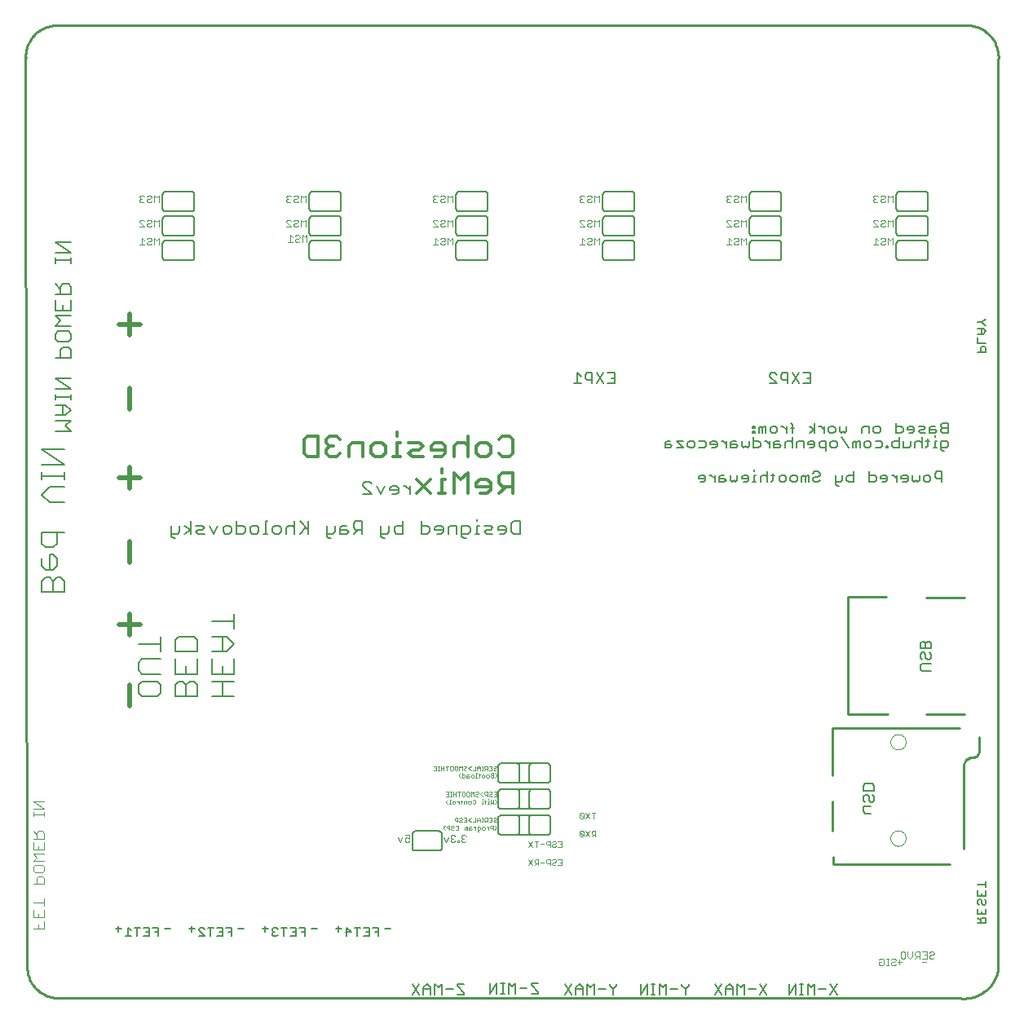
<source format=gbo>
G75*
G70*
%OFA0B0*%
%FSLAX24Y24*%
%IPPOS*%
%LPD*%
%AMOC8*
5,1,8,0,0,1.08239X$1,22.5*
%
%ADD10C,0.0100*%
%ADD11C,0.0030*%
%ADD12C,0.0080*%
%ADD13C,0.0055*%
%ADD14C,0.0070*%
%ADD15C,0.0050*%
%ADD16C,0.0140*%
%ADD17C,0.0040*%
%ADD18C,0.0200*%
%ADD19C,0.0060*%
%ADD20C,0.0000*%
D10*
X002393Y001821D02*
X002330Y038999D01*
X002331Y038998D02*
X002328Y039067D01*
X002329Y039135D01*
X002334Y039203D01*
X002343Y039271D01*
X002355Y039339D01*
X002371Y039405D01*
X002390Y039471D01*
X002413Y039535D01*
X002440Y039599D01*
X002470Y039660D01*
X002503Y039720D01*
X002539Y039778D01*
X002578Y039834D01*
X002621Y039888D01*
X002666Y039939D01*
X002714Y039988D01*
X002764Y040034D01*
X002817Y040078D01*
X002873Y040118D01*
X002930Y040156D01*
X002989Y040190D01*
X003050Y040221D01*
X003113Y040249D01*
X003177Y040273D01*
X003242Y040294D01*
X003308Y040311D01*
X003375Y040324D01*
X003443Y040334D01*
X003511Y040340D01*
X003511Y040341D02*
X040913Y040341D01*
X040983Y040333D01*
X041052Y040321D01*
X041121Y040306D01*
X041188Y040287D01*
X041255Y040264D01*
X041320Y040238D01*
X041384Y040208D01*
X041446Y040175D01*
X041506Y040138D01*
X041564Y040098D01*
X041619Y040056D01*
X041673Y040010D01*
X041724Y039961D01*
X041772Y039910D01*
X041817Y039856D01*
X041859Y039800D01*
X041898Y039741D01*
X041934Y039681D01*
X041967Y039619D01*
X041996Y039555D01*
X042022Y039489D01*
X042044Y039423D01*
X042062Y039355D01*
X042077Y039286D01*
X042088Y039217D01*
X042095Y039147D01*
X042099Y039077D01*
X042098Y039006D01*
X042094Y038936D01*
X042094Y001759D01*
X042095Y001759D02*
X042081Y001685D01*
X042063Y001613D01*
X042042Y001541D01*
X042016Y001471D01*
X041988Y001402D01*
X041955Y001334D01*
X041919Y001269D01*
X041880Y001205D01*
X041837Y001144D01*
X041792Y001085D01*
X041743Y001028D01*
X041691Y000974D01*
X041637Y000923D01*
X041580Y000874D01*
X041520Y000829D01*
X041459Y000787D01*
X041395Y000748D01*
X041329Y000712D01*
X041261Y000680D01*
X041192Y000652D01*
X041122Y000627D01*
X041050Y000606D01*
X040977Y000589D01*
X040904Y000576D01*
X040829Y000566D01*
X040755Y000561D01*
X040680Y000559D01*
X040605Y000561D01*
X040531Y000567D01*
X040457Y000577D01*
X040456Y000578D02*
X003699Y000578D01*
X003698Y000577D02*
X003629Y000578D01*
X003560Y000581D01*
X003492Y000589D01*
X003424Y000600D01*
X003356Y000615D01*
X003290Y000634D01*
X003224Y000656D01*
X003160Y000682D01*
X003098Y000711D01*
X003037Y000744D01*
X002978Y000779D01*
X002921Y000818D01*
X002866Y000860D01*
X002813Y000905D01*
X002763Y000953D01*
X002716Y001003D01*
X002671Y001056D01*
X002630Y001111D01*
X002591Y001168D01*
X002555Y001227D01*
X002523Y001288D01*
X002494Y001351D01*
X002469Y001415D01*
X002447Y001481D01*
X002429Y001547D01*
X002414Y001615D01*
X002403Y001683D01*
X002396Y001752D01*
X002392Y001821D01*
X035361Y006046D02*
X040125Y006046D01*
X040676Y006675D02*
X040676Y010061D01*
X040681Y010099D01*
X040690Y010137D01*
X040703Y010174D01*
X040719Y010209D01*
X040739Y010243D01*
X040762Y010274D01*
X040788Y010303D01*
X040817Y010329D01*
X040849Y010352D01*
X040882Y010371D01*
X040918Y010388D01*
X040954Y010400D01*
X040992Y010409D01*
X041031Y010414D01*
X041070Y010415D01*
X041070Y010416D02*
X041098Y010418D01*
X041126Y010423D01*
X041154Y010431D01*
X041180Y010443D01*
X041204Y010458D01*
X041226Y010475D01*
X041247Y010496D01*
X041264Y010518D01*
X041279Y010542D01*
X041291Y010568D01*
X041299Y010596D01*
X041304Y010624D01*
X041306Y010652D01*
X041306Y011242D01*
X040519Y011597D02*
X035322Y011597D01*
X035322Y009668D01*
X035322Y008605D02*
X035322Y007423D01*
X035361Y006360D02*
X035361Y006046D01*
X035952Y012187D02*
X037566Y012187D01*
X035952Y012187D02*
X035952Y016990D01*
X037527Y016990D01*
X039141Y016951D02*
X040716Y016951D01*
X040716Y012187D02*
X039141Y012187D01*
D11*
X039177Y002476D02*
X038983Y002476D01*
X038882Y002476D02*
X038737Y002476D01*
X038688Y002428D01*
X038688Y002331D01*
X038737Y002283D01*
X038882Y002283D01*
X038882Y002186D02*
X038882Y002476D01*
X038785Y002283D02*
X038688Y002186D01*
X038587Y002283D02*
X038587Y002476D01*
X038587Y002283D02*
X038491Y002186D01*
X038394Y002283D01*
X038394Y002476D01*
X038293Y002428D02*
X038244Y002476D01*
X038148Y002476D01*
X038099Y002428D01*
X038099Y002235D01*
X038148Y002186D01*
X038244Y002186D01*
X038293Y002235D01*
X038293Y002428D01*
X038062Y002147D02*
X038062Y001953D01*
X038159Y002050D02*
X037965Y002050D01*
X037909Y002098D02*
X037860Y002050D01*
X037764Y002050D01*
X037715Y002002D01*
X037715Y001953D01*
X037764Y001905D01*
X037860Y001905D01*
X037909Y001953D01*
X037909Y002098D02*
X037909Y002147D01*
X037860Y002195D01*
X037764Y002195D01*
X037715Y002147D01*
X037614Y002195D02*
X037517Y002195D01*
X037566Y002195D02*
X037566Y001905D01*
X037614Y001905D02*
X037517Y001905D01*
X037418Y001953D02*
X037369Y001905D01*
X037273Y001905D01*
X037224Y001953D01*
X037224Y002050D01*
X037321Y002050D01*
X037418Y002147D02*
X037418Y001953D01*
X037418Y002147D02*
X037369Y002195D01*
X037273Y002195D01*
X037224Y002147D01*
X038965Y002050D02*
X039159Y002050D01*
X039177Y002186D02*
X038983Y002186D01*
X039080Y002331D02*
X039177Y002331D01*
X039278Y002283D02*
X039278Y002235D01*
X039326Y002186D01*
X039423Y002186D01*
X039471Y002235D01*
X039423Y002331D02*
X039326Y002331D01*
X039278Y002283D01*
X039177Y002186D02*
X039177Y002476D01*
X039278Y002428D02*
X039326Y002476D01*
X039423Y002476D01*
X039471Y002428D01*
X039471Y002380D01*
X039423Y002331D01*
X025618Y007167D02*
X025618Y007397D01*
X025503Y007397D01*
X025465Y007358D01*
X025465Y007282D01*
X025503Y007243D01*
X025618Y007243D01*
X025542Y007243D02*
X025465Y007167D01*
X025379Y007167D02*
X025226Y007397D01*
X025140Y007358D02*
X025101Y007397D01*
X025024Y007397D01*
X024986Y007358D01*
X025140Y007205D01*
X025101Y007167D01*
X025024Y007167D01*
X024986Y007205D01*
X024986Y007358D01*
X025140Y007358D02*
X025140Y007205D01*
X025226Y007167D02*
X025379Y007397D01*
X025379Y007917D02*
X025226Y008147D01*
X025140Y008108D02*
X025101Y008147D01*
X025024Y008147D01*
X024986Y008108D01*
X025140Y007955D01*
X025101Y007917D01*
X025024Y007917D01*
X024986Y007955D01*
X024986Y008108D01*
X025140Y008108D02*
X025140Y007955D01*
X025226Y007917D02*
X025379Y008147D01*
X025465Y008147D02*
X025618Y008147D01*
X025542Y008147D02*
X025542Y007917D01*
X024243Y006991D02*
X024243Y006760D01*
X024090Y006760D01*
X024004Y006799D02*
X023966Y006760D01*
X023889Y006760D01*
X023851Y006799D01*
X023851Y006837D01*
X023889Y006875D01*
X023966Y006875D01*
X024004Y006914D01*
X024004Y006952D01*
X023966Y006991D01*
X023889Y006991D01*
X023851Y006952D01*
X023765Y006991D02*
X023649Y006991D01*
X023611Y006952D01*
X023611Y006875D01*
X023649Y006837D01*
X023765Y006837D01*
X023765Y006760D02*
X023765Y006991D01*
X023525Y006875D02*
X023372Y006875D01*
X023286Y006991D02*
X023132Y006991D01*
X023209Y006991D02*
X023209Y006760D01*
X023046Y006760D02*
X022893Y006991D01*
X023046Y006991D02*
X022893Y006760D01*
X022893Y006241D02*
X023046Y006010D01*
X023132Y006010D02*
X023209Y006087D01*
X023171Y006087D02*
X023286Y006087D01*
X023286Y006010D02*
X023286Y006241D01*
X023171Y006241D01*
X023132Y006202D01*
X023132Y006125D01*
X023171Y006087D01*
X023046Y006241D02*
X022893Y006010D01*
X023372Y006125D02*
X023525Y006125D01*
X023611Y006125D02*
X023649Y006087D01*
X023765Y006087D01*
X023765Y006010D02*
X023765Y006241D01*
X023649Y006241D01*
X023611Y006202D01*
X023611Y006125D01*
X023851Y006087D02*
X023889Y006125D01*
X023966Y006125D01*
X024004Y006164D01*
X024004Y006202D01*
X023966Y006241D01*
X023889Y006241D01*
X023851Y006202D01*
X023851Y006087D02*
X023851Y006049D01*
X023889Y006010D01*
X023966Y006010D01*
X024004Y006049D01*
X024090Y006010D02*
X024243Y006010D01*
X024243Y006241D01*
X024090Y006241D01*
X024167Y006125D02*
X024243Y006125D01*
X024243Y006875D02*
X024167Y006875D01*
X024243Y006991D02*
X024090Y006991D01*
X021559Y007505D02*
X021559Y007562D01*
X021502Y007618D01*
X021436Y007618D02*
X021351Y007618D01*
X021323Y007590D01*
X021323Y007533D01*
X021351Y007505D01*
X021436Y007505D01*
X021436Y007448D02*
X021436Y007618D01*
X021395Y007763D02*
X021281Y007763D01*
X021210Y007763D02*
X021210Y007933D01*
X021125Y007933D01*
X021097Y007905D01*
X021097Y007848D01*
X021125Y007820D01*
X021210Y007820D01*
X021154Y007820D02*
X021097Y007763D01*
X021026Y007763D02*
X020970Y007763D01*
X020998Y007763D02*
X020998Y007933D01*
X021026Y007933D02*
X020970Y007933D01*
X020904Y007877D02*
X020847Y007933D01*
X020790Y007877D01*
X020790Y007763D01*
X020719Y007763D02*
X020606Y007763D01*
X020535Y007763D02*
X020422Y007848D01*
X020535Y007933D01*
X020351Y007933D02*
X020351Y007763D01*
X020238Y007763D01*
X020167Y007792D02*
X020139Y007763D01*
X020082Y007763D01*
X020053Y007792D01*
X020053Y007820D01*
X020082Y007848D01*
X020139Y007848D01*
X020167Y007877D01*
X020167Y007905D01*
X020139Y007933D01*
X020082Y007933D01*
X020053Y007905D01*
X019983Y007933D02*
X019898Y007933D01*
X019869Y007905D01*
X019869Y007848D01*
X019898Y007820D01*
X019983Y007820D01*
X019983Y007763D02*
X019983Y007933D01*
X020238Y007933D02*
X020351Y007933D01*
X020351Y007848D02*
X020294Y007848D01*
X020308Y007562D02*
X020279Y007533D01*
X020279Y007448D01*
X020336Y007448D02*
X020336Y007533D01*
X020308Y007562D01*
X020336Y007533D02*
X020364Y007562D01*
X020393Y007562D01*
X020393Y007448D01*
X020463Y007448D02*
X020549Y007448D01*
X020577Y007477D01*
X020549Y007505D01*
X020463Y007505D01*
X020463Y007533D02*
X020463Y007448D01*
X020463Y007533D02*
X020492Y007562D01*
X020549Y007562D01*
X020645Y007562D02*
X020674Y007562D01*
X020730Y007505D01*
X020730Y007448D02*
X020730Y007562D01*
X020801Y007562D02*
X020886Y007562D01*
X020915Y007533D01*
X020915Y007477D01*
X020886Y007448D01*
X020801Y007448D01*
X020801Y007420D02*
X020801Y007562D01*
X020801Y007420D02*
X020829Y007392D01*
X020858Y007392D01*
X020985Y007477D02*
X020985Y007533D01*
X021014Y007562D01*
X021070Y007562D01*
X021099Y007533D01*
X021099Y007477D01*
X021070Y007448D01*
X021014Y007448D01*
X020985Y007477D01*
X021167Y007562D02*
X021195Y007562D01*
X021252Y007505D01*
X021252Y007448D02*
X021252Y007562D01*
X021395Y007763D02*
X021395Y007933D01*
X021281Y007933D01*
X021338Y007848D02*
X021395Y007848D01*
X021465Y007820D02*
X021465Y007792D01*
X021494Y007763D01*
X021550Y007763D01*
X021579Y007792D01*
X021550Y007848D02*
X021494Y007848D01*
X021465Y007820D01*
X021465Y007905D02*
X021494Y007933D01*
X021550Y007933D01*
X021579Y007905D01*
X021579Y007877D01*
X021550Y007848D01*
X021559Y007505D02*
X021502Y007448D01*
X020904Y007763D02*
X020904Y007877D01*
X020904Y007848D02*
X020790Y007848D01*
X020719Y007933D02*
X020719Y007763D01*
X020024Y007618D02*
X020024Y007448D01*
X019911Y007448D01*
X019840Y007477D02*
X019812Y007448D01*
X019755Y007448D01*
X019727Y007477D01*
X019727Y007505D01*
X019755Y007533D01*
X019812Y007533D01*
X019840Y007562D01*
X019840Y007590D01*
X019812Y007618D01*
X019755Y007618D01*
X019727Y007590D01*
X019656Y007618D02*
X019571Y007618D01*
X019543Y007590D01*
X019543Y007533D01*
X019571Y007505D01*
X019656Y007505D01*
X019656Y007448D02*
X019656Y007618D01*
X019472Y007618D02*
X019415Y007562D01*
X019415Y007505D01*
X019472Y007448D01*
X019911Y007618D02*
X020024Y007618D01*
X020024Y007533D02*
X019968Y007533D01*
X020044Y008511D02*
X020044Y008625D01*
X019987Y008625D02*
X019959Y008625D01*
X019987Y008625D02*
X020044Y008568D01*
X020110Y008511D02*
X020139Y008540D01*
X020139Y008653D01*
X020167Y008625D02*
X020110Y008625D01*
X020238Y008596D02*
X020238Y008511D01*
X020238Y008596D02*
X020266Y008625D01*
X020351Y008625D01*
X020351Y008511D01*
X020422Y008540D02*
X020422Y008596D01*
X020450Y008625D01*
X020507Y008625D01*
X020535Y008596D01*
X020535Y008540D01*
X020507Y008511D01*
X020450Y008511D01*
X020422Y008540D01*
X020606Y008540D02*
X020634Y008511D01*
X020691Y008511D01*
X020719Y008540D01*
X020719Y008653D01*
X020691Y008681D01*
X020634Y008681D01*
X020606Y008653D01*
X020658Y008826D02*
X020658Y008996D01*
X020601Y008940D01*
X020545Y008996D01*
X020545Y008826D01*
X020474Y008855D02*
X020445Y008826D01*
X020389Y008826D01*
X020360Y008855D01*
X020360Y008968D01*
X020389Y008996D01*
X020445Y008996D01*
X020474Y008968D01*
X020474Y008855D01*
X020290Y008855D02*
X020290Y008968D01*
X020261Y008996D01*
X020205Y008996D01*
X020176Y008968D01*
X020176Y008855D01*
X020205Y008826D01*
X020261Y008826D01*
X020290Y008855D01*
X020106Y008996D02*
X019992Y008996D01*
X020049Y008996D02*
X020049Y008826D01*
X019921Y008826D02*
X019921Y008996D01*
X019921Y008911D02*
X019808Y008911D01*
X019808Y008996D02*
X019808Y008826D01*
X019737Y008826D02*
X019680Y008826D01*
X019709Y008826D02*
X019709Y008996D01*
X019737Y008996D02*
X019680Y008996D01*
X019614Y008996D02*
X019614Y008826D01*
X019501Y008826D01*
X019558Y008911D02*
X019614Y008911D01*
X019614Y008996D02*
X019501Y008996D01*
X019584Y008681D02*
X019527Y008625D01*
X019527Y008568D01*
X019584Y008511D01*
X019650Y008511D02*
X019707Y008511D01*
X019678Y008511D02*
X019678Y008681D01*
X019707Y008681D01*
X019777Y008596D02*
X019806Y008625D01*
X019862Y008625D01*
X019891Y008596D01*
X019891Y008540D01*
X019862Y008511D01*
X019806Y008511D01*
X019777Y008540D01*
X019777Y008596D01*
X020729Y008855D02*
X020757Y008826D01*
X020814Y008826D01*
X020842Y008855D01*
X020814Y008911D02*
X020757Y008911D01*
X020729Y008883D01*
X020729Y008855D01*
X020814Y008911D02*
X020842Y008940D01*
X020842Y008968D01*
X020814Y008996D01*
X020757Y008996D01*
X020729Y008968D01*
X020913Y008911D02*
X021026Y008826D01*
X021097Y008911D02*
X021125Y008883D01*
X021210Y008883D01*
X021210Y008826D02*
X021210Y008996D01*
X021125Y008996D01*
X021097Y008968D01*
X021097Y008911D01*
X021026Y008996D02*
X020913Y008911D01*
X020998Y008710D02*
X020998Y008681D01*
X020998Y008625D02*
X020998Y008511D01*
X021026Y008511D02*
X020970Y008511D01*
X020998Y008625D02*
X021026Y008625D01*
X021092Y008596D02*
X021149Y008596D01*
X021121Y008653D02*
X021092Y008681D01*
X021121Y008653D02*
X021121Y008511D01*
X021215Y008511D02*
X021272Y008511D01*
X021243Y008511D02*
X021243Y008625D01*
X021272Y008625D01*
X021243Y008681D02*
X021243Y008710D01*
X021343Y008681D02*
X021343Y008511D01*
X021399Y008568D01*
X021456Y008511D01*
X021456Y008681D01*
X021522Y008681D02*
X021579Y008625D01*
X021579Y008568D01*
X021522Y008511D01*
X021579Y008826D02*
X021465Y008826D01*
X021395Y008855D02*
X021366Y008826D01*
X021310Y008826D01*
X021281Y008855D01*
X021281Y008883D01*
X021310Y008911D01*
X021366Y008911D01*
X021395Y008940D01*
X021395Y008968D01*
X021366Y008996D01*
X021310Y008996D01*
X021281Y008968D01*
X021465Y008996D02*
X021579Y008996D01*
X021579Y008826D01*
X021579Y008911D02*
X021522Y008911D01*
X021522Y009594D02*
X021579Y009651D01*
X021579Y009707D01*
X021522Y009764D01*
X021456Y009764D02*
X021371Y009764D01*
X021343Y009736D01*
X021343Y009707D01*
X021371Y009679D01*
X021456Y009679D01*
X021456Y009594D02*
X021371Y009594D01*
X021343Y009622D01*
X021343Y009651D01*
X021371Y009679D01*
X021272Y009679D02*
X021272Y009622D01*
X021243Y009594D01*
X021187Y009594D01*
X021158Y009622D01*
X021158Y009679D01*
X021187Y009707D01*
X021243Y009707D01*
X021272Y009679D01*
X021088Y009679D02*
X021088Y009622D01*
X021059Y009594D01*
X021003Y009594D01*
X020974Y009622D01*
X020974Y009679D01*
X021003Y009707D01*
X021059Y009707D01*
X021088Y009679D01*
X020904Y009707D02*
X020847Y009707D01*
X020875Y009736D02*
X020875Y009622D01*
X020847Y009594D01*
X020781Y009594D02*
X020724Y009594D01*
X020752Y009594D02*
X020752Y009764D01*
X020781Y009764D01*
X020790Y009889D02*
X020790Y010003D01*
X020847Y010059D01*
X020904Y010003D01*
X020904Y009889D01*
X020970Y009889D02*
X021026Y009889D01*
X020998Y009889D02*
X020998Y010059D01*
X021026Y010059D02*
X020970Y010059D01*
X020904Y009974D02*
X020790Y009974D01*
X020719Y009889D02*
X020606Y009889D01*
X020535Y009889D02*
X020422Y009974D01*
X020535Y010059D01*
X020719Y010059D02*
X020719Y009889D01*
X020630Y009707D02*
X020658Y009679D01*
X020658Y009622D01*
X020630Y009594D01*
X020573Y009594D01*
X020545Y009622D01*
X020545Y009679D01*
X020573Y009707D01*
X020630Y009707D01*
X020474Y009622D02*
X020445Y009651D01*
X020360Y009651D01*
X020360Y009679D02*
X020360Y009594D01*
X020445Y009594D01*
X020474Y009622D01*
X020445Y009707D02*
X020389Y009707D01*
X020360Y009679D01*
X020290Y009679D02*
X020261Y009707D01*
X020176Y009707D01*
X020176Y009764D02*
X020176Y009594D01*
X020261Y009594D01*
X020290Y009622D01*
X020290Y009679D01*
X020106Y009594D02*
X020049Y009651D01*
X020049Y009707D01*
X020106Y009764D01*
X020053Y009889D02*
X020053Y010059D01*
X020110Y010003D01*
X020167Y010059D01*
X020167Y009889D01*
X020238Y009918D02*
X020266Y009889D01*
X020323Y009889D01*
X020351Y009918D01*
X020323Y009974D02*
X020266Y009974D01*
X020238Y009946D01*
X020238Y009918D01*
X020323Y009974D02*
X020351Y010003D01*
X020351Y010031D01*
X020323Y010059D01*
X020266Y010059D01*
X020238Y010031D01*
X019983Y010031D02*
X019983Y009918D01*
X019954Y009889D01*
X019898Y009889D01*
X019869Y009918D01*
X019869Y010031D01*
X019898Y010059D01*
X019954Y010059D01*
X019983Y010031D01*
X019799Y010031D02*
X019799Y009918D01*
X019770Y009889D01*
X019714Y009889D01*
X019685Y009918D01*
X019685Y010031D01*
X019714Y010059D01*
X019770Y010059D01*
X019799Y010031D01*
X019614Y010059D02*
X019501Y010059D01*
X019558Y010059D02*
X019558Y009889D01*
X019430Y009889D02*
X019430Y010059D01*
X019430Y009974D02*
X019317Y009974D01*
X019317Y010059D02*
X019317Y009889D01*
X019246Y009889D02*
X019189Y009889D01*
X019218Y009889D02*
X019218Y010059D01*
X019246Y010059D02*
X019189Y010059D01*
X019123Y010059D02*
X019123Y009889D01*
X019010Y009889D01*
X019067Y009974D02*
X019123Y009974D01*
X019123Y010059D02*
X019010Y010059D01*
X021097Y010031D02*
X021097Y009974D01*
X021125Y009946D01*
X021210Y009946D01*
X021154Y009946D02*
X021097Y009889D01*
X021210Y009889D02*
X021210Y010059D01*
X021125Y010059D01*
X021097Y010031D01*
X021281Y010059D02*
X021395Y010059D01*
X021395Y009889D01*
X021281Y009889D01*
X021338Y009974D02*
X021395Y009974D01*
X021465Y009946D02*
X021465Y009918D01*
X021494Y009889D01*
X021550Y009889D01*
X021579Y009918D01*
X021550Y009974D02*
X021494Y009974D01*
X021465Y009946D01*
X021465Y010031D02*
X021494Y010059D01*
X021550Y010059D01*
X021579Y010031D01*
X021579Y010003D01*
X021550Y009974D01*
X021456Y009764D02*
X021456Y009594D01*
D12*
X022007Y009382D02*
X023346Y009382D01*
X023188Y009107D02*
X022165Y009107D01*
X022283Y008319D02*
X023306Y008319D01*
X023346Y010170D02*
X022125Y010170D01*
X020335Y019370D02*
X020248Y019370D01*
X020161Y019456D01*
X020161Y019890D01*
X020422Y019890D01*
X020508Y019803D01*
X020508Y019630D01*
X020422Y019543D01*
X020161Y019543D01*
X019956Y019543D02*
X019956Y019890D01*
X019696Y019890D01*
X019609Y019803D01*
X019609Y019543D01*
X019403Y019630D02*
X019403Y019803D01*
X019317Y019890D01*
X019143Y019890D01*
X019056Y019803D01*
X019056Y019717D01*
X019403Y019717D01*
X019403Y019630D02*
X019317Y019543D01*
X019143Y019543D01*
X018851Y019630D02*
X018851Y019803D01*
X018764Y019890D01*
X018504Y019890D01*
X018504Y020064D02*
X018504Y019543D01*
X018764Y019543D01*
X018851Y019630D01*
X017746Y019543D02*
X017486Y019543D01*
X017399Y019630D01*
X017399Y019803D01*
X017486Y019890D01*
X017746Y019890D01*
X017746Y020064D02*
X017746Y019543D01*
X017194Y019630D02*
X017107Y019543D01*
X016847Y019543D01*
X016847Y019456D02*
X016933Y019370D01*
X017020Y019370D01*
X016847Y019456D02*
X016847Y019890D01*
X017194Y019890D02*
X017194Y019630D01*
X016089Y019717D02*
X015828Y019717D01*
X015742Y019803D01*
X015742Y019977D01*
X015828Y020064D01*
X016089Y020064D01*
X016089Y019543D01*
X015915Y019717D02*
X015742Y019543D01*
X015536Y019630D02*
X015449Y019717D01*
X015189Y019717D01*
X015189Y019803D02*
X015189Y019543D01*
X015449Y019543D01*
X015536Y019630D01*
X015449Y019890D02*
X015276Y019890D01*
X015189Y019803D01*
X014984Y019890D02*
X014984Y019630D01*
X014897Y019543D01*
X014637Y019543D01*
X014637Y019456D02*
X014723Y019370D01*
X014810Y019370D01*
X014637Y019456D02*
X014637Y019890D01*
X013879Y019717D02*
X013532Y020064D01*
X013326Y020064D02*
X013326Y019543D01*
X013532Y019543D02*
X013792Y019803D01*
X013879Y019543D02*
X013879Y020064D01*
X013326Y019803D02*
X013239Y019890D01*
X013066Y019890D01*
X012979Y019803D01*
X012979Y019543D01*
X012774Y019630D02*
X012687Y019543D01*
X012514Y019543D01*
X012427Y019630D01*
X012427Y019803D01*
X012514Y019890D01*
X012687Y019890D01*
X012774Y019803D01*
X012774Y019630D01*
X012221Y019543D02*
X012048Y019543D01*
X012135Y019543D02*
X012135Y020064D01*
X012221Y020064D01*
X011853Y019803D02*
X011853Y019630D01*
X011766Y019543D01*
X011593Y019543D01*
X011506Y019630D01*
X011506Y019803D01*
X011593Y019890D01*
X011766Y019890D01*
X011853Y019803D01*
X011301Y019803D02*
X011214Y019890D01*
X010954Y019890D01*
X010954Y020064D02*
X010954Y019543D01*
X011214Y019543D01*
X011301Y019630D01*
X011301Y019803D01*
X010748Y019803D02*
X010748Y019630D01*
X010661Y019543D01*
X010488Y019543D01*
X010401Y019630D01*
X010401Y019803D01*
X010488Y019890D01*
X010661Y019890D01*
X010748Y019803D01*
X010196Y019890D02*
X010022Y019543D01*
X009849Y019890D01*
X009643Y019803D02*
X009556Y019890D01*
X009296Y019890D01*
X009383Y019717D02*
X009296Y019630D01*
X009383Y019543D01*
X009643Y019543D01*
X009556Y019717D02*
X009643Y019803D01*
X009556Y019717D02*
X009383Y019717D01*
X009091Y019717D02*
X008830Y019890D01*
X008630Y019890D02*
X008630Y019630D01*
X008543Y019543D01*
X008283Y019543D01*
X008283Y019456D02*
X008370Y019370D01*
X008457Y019370D01*
X008283Y019456D02*
X008283Y019890D01*
X008830Y019543D02*
X009091Y019717D01*
X009091Y019543D02*
X009091Y020064D01*
X010853Y016279D02*
X010853Y015665D01*
X010853Y015972D02*
X009933Y015972D01*
X009933Y015359D02*
X010546Y015359D01*
X010853Y015052D01*
X010546Y014745D01*
X009933Y014745D01*
X009933Y014438D02*
X009933Y013824D01*
X010853Y013824D01*
X010853Y014438D01*
X010393Y014745D02*
X010393Y015359D01*
X009353Y015205D02*
X009353Y014745D01*
X008433Y014745D01*
X008433Y015205D01*
X008586Y015359D01*
X009200Y015359D01*
X009353Y015205D01*
X009353Y014438D02*
X009353Y013824D01*
X008433Y013824D01*
X008433Y014438D01*
X008893Y014131D02*
X008893Y013824D01*
X009046Y013517D02*
X008893Y013363D01*
X008893Y012903D01*
X009353Y012903D02*
X009353Y013363D01*
X009200Y013517D01*
X009046Y013517D01*
X008893Y013363D02*
X008739Y013517D01*
X008586Y013517D01*
X008433Y013363D01*
X008433Y012903D01*
X009353Y012903D01*
X009933Y012903D02*
X010853Y012903D01*
X010393Y012903D02*
X010393Y013517D01*
X010393Y013824D02*
X010393Y014131D01*
X010853Y013517D02*
X009933Y013517D01*
X007853Y013363D02*
X007700Y013517D01*
X007086Y013517D01*
X006933Y013363D01*
X006933Y013057D01*
X007086Y012903D01*
X007700Y012903D01*
X007853Y013057D01*
X007853Y013363D01*
X007853Y013824D02*
X007086Y013824D01*
X006933Y013977D01*
X006933Y014284D01*
X007086Y014438D01*
X007853Y014438D01*
X007853Y014745D02*
X007853Y015359D01*
X007853Y015052D02*
X006933Y015052D01*
X003916Y017166D02*
X003916Y017627D01*
X003762Y017780D01*
X003609Y017780D01*
X003455Y017627D01*
X003455Y017166D01*
X002995Y017166D02*
X002995Y017627D01*
X003148Y017780D01*
X003302Y017780D01*
X003455Y017627D01*
X003455Y018087D02*
X003609Y018241D01*
X003609Y018548D01*
X003455Y018701D01*
X003302Y018701D01*
X003302Y018087D01*
X003455Y018087D02*
X003148Y018087D01*
X002995Y018241D01*
X002995Y018548D01*
X003148Y019008D02*
X003455Y019008D01*
X003609Y019161D01*
X003609Y019622D01*
X003916Y019622D02*
X002995Y019622D01*
X002995Y019161D01*
X003148Y019008D01*
X002995Y017166D02*
X003916Y017166D01*
X003916Y020850D02*
X003302Y020850D01*
X002995Y021156D01*
X003302Y021463D01*
X003916Y021463D01*
X003916Y021770D02*
X003916Y022077D01*
X003916Y021924D02*
X002995Y021924D01*
X002995Y022077D02*
X002995Y021770D01*
X002995Y022384D02*
X003916Y022384D01*
X002995Y022998D01*
X003916Y022998D01*
X016122Y021602D02*
X016122Y021515D01*
X016469Y021168D01*
X016122Y021168D01*
X016674Y021515D02*
X016848Y021168D01*
X017021Y021515D01*
X017227Y021428D02*
X017227Y021342D01*
X017574Y021342D01*
X017574Y021428D02*
X017487Y021515D01*
X017313Y021515D01*
X017227Y021428D01*
X017313Y021168D02*
X017487Y021168D01*
X017574Y021255D01*
X017574Y021428D01*
X017774Y021515D02*
X017861Y021515D01*
X018034Y021342D01*
X018034Y021515D02*
X018034Y021168D01*
X016469Y021602D02*
X016382Y021689D01*
X016209Y021689D01*
X016122Y021602D01*
X020790Y020150D02*
X020790Y020064D01*
X020790Y019890D02*
X020790Y019543D01*
X020877Y019543D02*
X020703Y019543D01*
X020790Y019890D02*
X020877Y019890D01*
X021082Y019890D02*
X021342Y019890D01*
X021429Y019803D01*
X021342Y019717D01*
X021169Y019717D01*
X021082Y019630D01*
X021169Y019543D01*
X021429Y019543D01*
X021635Y019717D02*
X021982Y019717D01*
X021982Y019803D02*
X021895Y019890D01*
X021721Y019890D01*
X021635Y019803D01*
X021635Y019717D01*
X021721Y019543D02*
X021895Y019543D01*
X021982Y019630D01*
X021982Y019803D01*
X022187Y019630D02*
X022187Y019977D01*
X022274Y020064D01*
X022534Y020064D01*
X022534Y019543D01*
X022274Y019543D01*
X022187Y019630D01*
D13*
X022165Y008044D02*
X023188Y008044D01*
X023385Y007256D02*
X022086Y007256D01*
D14*
X022077Y001183D02*
X022077Y000753D01*
X021903Y000753D02*
X021760Y000753D01*
X021832Y000753D02*
X021832Y001183D01*
X021903Y001183D02*
X021760Y001183D01*
X021596Y001183D02*
X021310Y000753D01*
X021310Y001183D01*
X021596Y001183D02*
X021596Y000753D01*
X022077Y001183D02*
X022220Y001040D01*
X022364Y001183D01*
X022364Y000753D01*
X022537Y000968D02*
X022824Y000968D01*
X022998Y001112D02*
X023285Y000825D01*
X023285Y000753D01*
X022998Y000753D01*
X022998Y001112D02*
X022998Y001183D01*
X023285Y001183D01*
X024365Y001152D02*
X024652Y000722D01*
X024826Y000722D02*
X024826Y001009D01*
X024969Y001152D01*
X025112Y001009D01*
X025112Y000722D01*
X025286Y000722D02*
X025286Y001152D01*
X025429Y001009D01*
X025573Y001152D01*
X025573Y000722D01*
X025746Y000937D02*
X026033Y000937D01*
X026207Y001080D02*
X026207Y001152D01*
X026207Y001080D02*
X026350Y000937D01*
X026350Y000722D01*
X026350Y000937D02*
X026494Y001080D01*
X026494Y001152D01*
X027468Y001152D02*
X027468Y000722D01*
X027755Y001152D01*
X027755Y000722D01*
X027918Y000722D02*
X028061Y000722D01*
X027990Y000722D02*
X027990Y001152D01*
X028061Y001152D02*
X027918Y001152D01*
X028235Y001152D02*
X028235Y000722D01*
X028522Y000722D02*
X028522Y001152D01*
X028378Y001009D01*
X028235Y001152D01*
X028695Y000937D02*
X028982Y000937D01*
X029156Y001080D02*
X029156Y001152D01*
X029156Y001080D02*
X029299Y000937D01*
X029299Y000722D01*
X029299Y000937D02*
X029443Y001080D01*
X029443Y001152D01*
X030501Y001152D02*
X030788Y000722D01*
X030961Y000722D02*
X030961Y001009D01*
X031105Y001152D01*
X031248Y001009D01*
X031248Y000722D01*
X031422Y000722D02*
X031422Y001152D01*
X031565Y001009D01*
X031708Y001152D01*
X031708Y000722D01*
X031882Y000937D02*
X032169Y000937D01*
X032342Y001152D02*
X032629Y000722D01*
X032342Y000722D02*
X032629Y001152D01*
X033534Y001152D02*
X033534Y000722D01*
X033821Y001152D01*
X033821Y000722D01*
X033985Y000722D02*
X034128Y000722D01*
X034057Y000722D02*
X034057Y001152D01*
X034128Y001152D02*
X033985Y001152D01*
X034302Y001152D02*
X034302Y000722D01*
X034589Y000722D02*
X034589Y001152D01*
X034445Y001009D01*
X034302Y001152D01*
X034762Y000937D02*
X035049Y000937D01*
X035223Y001152D02*
X035509Y000722D01*
X035223Y000722D02*
X035509Y001152D01*
X031248Y000937D02*
X030961Y000937D01*
X030788Y001152D02*
X030501Y000722D01*
X025112Y000937D02*
X024826Y000937D01*
X024652Y001152D02*
X024365Y000722D01*
X020264Y000722D02*
X019977Y000722D01*
X019804Y000937D02*
X019517Y000937D01*
X019344Y001152D02*
X019200Y001009D01*
X019057Y001152D01*
X019057Y000722D01*
X018883Y000722D02*
X018883Y001009D01*
X018740Y001152D01*
X018596Y001009D01*
X018596Y000722D01*
X018423Y000722D02*
X018136Y001152D01*
X018423Y001152D02*
X018136Y000722D01*
X018596Y000937D02*
X018883Y000937D01*
X019344Y000722D02*
X019344Y001152D01*
X019977Y001152D02*
X019977Y001080D01*
X020264Y000793D01*
X020264Y000722D01*
X020264Y001152D02*
X019977Y001152D01*
X036589Y008196D02*
X036661Y008125D01*
X036876Y008125D01*
X036876Y008411D02*
X036589Y008411D01*
X036589Y008196D01*
X036661Y008585D02*
X036589Y008657D01*
X036589Y008800D01*
X036661Y008872D01*
X036733Y008872D01*
X036805Y008800D01*
X036805Y008657D01*
X036876Y008585D01*
X036948Y008585D01*
X037020Y008657D01*
X037020Y008800D01*
X036948Y008872D01*
X037020Y009045D02*
X036589Y009045D01*
X036589Y009260D01*
X036661Y009332D01*
X036948Y009332D01*
X037020Y009260D01*
X037020Y009045D01*
X041263Y005223D02*
X041593Y005223D01*
X041593Y005113D02*
X041593Y005333D01*
X041593Y004965D02*
X041593Y004745D01*
X041263Y004745D01*
X041263Y004965D01*
X041428Y004855D02*
X041428Y004745D01*
X041373Y004596D02*
X041318Y004596D01*
X041263Y004541D01*
X041263Y004431D01*
X041318Y004376D01*
X041428Y004431D02*
X041428Y004541D01*
X041373Y004596D01*
X041538Y004596D02*
X041593Y004541D01*
X041593Y004431D01*
X041538Y004376D01*
X041483Y004376D01*
X041428Y004431D01*
X041593Y004228D02*
X041593Y004008D01*
X041263Y004008D01*
X041263Y004228D01*
X041428Y004118D02*
X041428Y004008D01*
X041428Y003860D02*
X041373Y003805D01*
X041373Y003640D01*
X041373Y003750D02*
X041263Y003860D01*
X041428Y003860D02*
X041538Y003860D01*
X041593Y003805D01*
X041593Y003640D01*
X041263Y003640D01*
X039343Y013951D02*
X038984Y013951D01*
X038912Y014023D01*
X038912Y014166D01*
X038984Y014238D01*
X039343Y014238D01*
X039271Y014412D02*
X039199Y014412D01*
X039127Y014483D01*
X039127Y014627D01*
X039056Y014699D01*
X038984Y014699D01*
X038912Y014627D01*
X038912Y014483D01*
X038984Y014412D01*
X039271Y014412D02*
X039343Y014483D01*
X039343Y014627D01*
X039271Y014699D01*
X039343Y014872D02*
X039343Y015087D01*
X039271Y015159D01*
X039199Y015159D01*
X039127Y015087D01*
X039127Y014872D01*
X038912Y014872D02*
X039343Y014872D01*
X039127Y015087D02*
X039056Y015159D01*
X038984Y015159D01*
X038912Y015087D01*
X038912Y014872D01*
X035579Y021523D02*
X035507Y021523D01*
X035435Y021594D01*
X035435Y021953D01*
X035435Y021666D02*
X035651Y021666D01*
X035722Y021738D01*
X035722Y021953D01*
X035896Y021881D02*
X035968Y021953D01*
X036183Y021953D01*
X036183Y022097D02*
X036183Y021666D01*
X035968Y021666D01*
X035896Y021738D01*
X035896Y021881D01*
X036817Y021953D02*
X037032Y021953D01*
X037103Y021881D01*
X037103Y021738D01*
X037032Y021666D01*
X036817Y021666D01*
X036817Y022097D01*
X037277Y021881D02*
X037277Y021810D01*
X037564Y021810D01*
X037564Y021881D02*
X037492Y021953D01*
X037349Y021953D01*
X037277Y021881D01*
X037349Y021666D02*
X037492Y021666D01*
X037564Y021738D01*
X037564Y021881D01*
X037732Y021953D02*
X037804Y021953D01*
X037948Y021810D01*
X037948Y021953D02*
X037948Y021666D01*
X038121Y021810D02*
X038408Y021810D01*
X038408Y021881D02*
X038336Y021953D01*
X038193Y021953D01*
X038121Y021881D01*
X038121Y021810D01*
X038193Y021666D02*
X038336Y021666D01*
X038408Y021738D01*
X038408Y021881D01*
X038581Y021953D02*
X038581Y021738D01*
X038653Y021666D01*
X038725Y021738D01*
X038797Y021666D01*
X038868Y021738D01*
X038868Y021953D01*
X039042Y021881D02*
X039114Y021953D01*
X039257Y021953D01*
X039329Y021881D01*
X039329Y021738D01*
X039257Y021666D01*
X039114Y021666D01*
X039042Y021738D01*
X039042Y021881D01*
X039502Y021881D02*
X039574Y021810D01*
X039789Y021810D01*
X039789Y021666D02*
X039789Y022097D01*
X039574Y022097D01*
X039502Y022025D01*
X039502Y021881D01*
X039824Y022929D02*
X039752Y023001D01*
X039752Y023359D01*
X039967Y023359D01*
X040039Y023288D01*
X040039Y023144D01*
X039967Y023072D01*
X039752Y023072D01*
X039824Y022929D02*
X039896Y022929D01*
X039579Y023072D02*
X039435Y023072D01*
X039507Y023072D02*
X039507Y023359D01*
X039579Y023359D01*
X039507Y023503D02*
X039507Y023574D01*
X039507Y023663D02*
X039292Y023663D01*
X039292Y023878D01*
X039364Y023950D01*
X039507Y023950D01*
X039507Y023807D02*
X039292Y023807D01*
X039118Y023878D02*
X039047Y023950D01*
X038831Y023950D01*
X038903Y023807D02*
X039047Y023807D01*
X039118Y023878D01*
X039118Y023663D02*
X038903Y023663D01*
X038831Y023735D01*
X038903Y023807D01*
X038658Y023807D02*
X038371Y023807D01*
X038371Y023878D01*
X038443Y023950D01*
X038586Y023950D01*
X038658Y023878D01*
X038658Y023735D01*
X038586Y023663D01*
X038443Y023663D01*
X038198Y023735D02*
X038198Y023878D01*
X038126Y023950D01*
X037911Y023950D01*
X037911Y024094D02*
X037911Y023663D01*
X038126Y023663D01*
X038198Y023735D01*
X038044Y023503D02*
X038044Y023072D01*
X037829Y023072D01*
X037757Y023144D01*
X037757Y023288D01*
X037829Y023359D01*
X038044Y023359D01*
X038218Y023359D02*
X038218Y023072D01*
X038433Y023072D01*
X038504Y023144D01*
X038504Y023359D01*
X038678Y023288D02*
X038678Y023072D01*
X038678Y023288D02*
X038750Y023359D01*
X038893Y023359D01*
X038965Y023288D01*
X039128Y023359D02*
X039272Y023359D01*
X039200Y023431D02*
X039200Y023144D01*
X039128Y023072D01*
X038965Y023072D02*
X038965Y023503D01*
X039507Y023663D02*
X039579Y023735D01*
X039507Y023807D01*
X039752Y023807D02*
X039752Y023735D01*
X039824Y023663D01*
X040039Y023663D01*
X040039Y024094D01*
X039824Y024094D01*
X039752Y024022D01*
X039752Y023950D01*
X039824Y023878D01*
X040039Y023878D01*
X039824Y023878D02*
X039752Y023807D01*
X037584Y023144D02*
X037512Y023144D01*
X037512Y023072D01*
X037584Y023072D01*
X037584Y023144D01*
X037353Y023144D02*
X037282Y023072D01*
X037067Y023072D01*
X036893Y023144D02*
X036821Y023072D01*
X036678Y023072D01*
X036606Y023144D01*
X036606Y023288D01*
X036678Y023359D01*
X036821Y023359D01*
X036893Y023288D01*
X036893Y023144D01*
X037067Y023359D02*
X037282Y023359D01*
X037353Y023288D01*
X037353Y023144D01*
X037205Y023663D02*
X037277Y023735D01*
X037277Y023878D01*
X037205Y023950D01*
X037062Y023950D01*
X036990Y023878D01*
X036990Y023735D01*
X037062Y023663D01*
X037205Y023663D01*
X036816Y023663D02*
X036816Y023950D01*
X036601Y023950D01*
X036529Y023878D01*
X036529Y023663D01*
X036433Y023359D02*
X036361Y023359D01*
X036289Y023288D01*
X036218Y023359D01*
X036146Y023288D01*
X036146Y023072D01*
X036289Y023072D02*
X036289Y023288D01*
X036433Y023359D02*
X036433Y023072D01*
X035972Y023072D02*
X035685Y023503D01*
X035680Y023663D02*
X035609Y023735D01*
X035609Y023950D01*
X035435Y023878D02*
X035435Y023735D01*
X035363Y023663D01*
X035220Y023663D01*
X035148Y023735D01*
X035148Y023878D01*
X035220Y023950D01*
X035363Y023950D01*
X035435Y023878D01*
X035680Y023663D02*
X035752Y023735D01*
X035824Y023663D01*
X035896Y023735D01*
X035896Y023950D01*
X035440Y023359D02*
X035512Y023288D01*
X035512Y023144D01*
X035440Y023072D01*
X035297Y023072D01*
X035225Y023144D01*
X035225Y023288D01*
X035297Y023359D01*
X035440Y023359D01*
X035052Y023359D02*
X035052Y022929D01*
X035052Y023072D02*
X034836Y023072D01*
X034765Y023144D01*
X034765Y023288D01*
X034836Y023359D01*
X035052Y023359D01*
X034975Y023663D02*
X034975Y023950D01*
X034975Y023807D02*
X034831Y023950D01*
X034760Y023950D01*
X034591Y023807D02*
X034376Y023950D01*
X034591Y023807D02*
X034376Y023663D01*
X034591Y023663D02*
X034591Y024094D01*
X033747Y023878D02*
X033604Y023878D01*
X033675Y024022D02*
X033604Y024094D01*
X033675Y024022D02*
X033675Y023663D01*
X033670Y023503D02*
X033670Y023072D01*
X033844Y023072D02*
X033844Y023288D01*
X033916Y023359D01*
X034131Y023359D01*
X034131Y023072D01*
X034304Y023216D02*
X034304Y023288D01*
X034376Y023359D01*
X034519Y023359D01*
X034591Y023288D01*
X034591Y023144D01*
X034519Y023072D01*
X034376Y023072D01*
X034304Y023216D02*
X034591Y023216D01*
X033670Y023288D02*
X033599Y023359D01*
X033455Y023359D01*
X033383Y023288D01*
X033383Y023072D01*
X033210Y023144D02*
X033138Y023216D01*
X032923Y023216D01*
X032923Y023288D02*
X032923Y023072D01*
X033138Y023072D01*
X033210Y023144D01*
X033138Y023359D02*
X032995Y023359D01*
X032923Y023288D01*
X032750Y023359D02*
X032750Y023072D01*
X032750Y023216D02*
X032606Y023359D01*
X032534Y023359D01*
X032366Y023288D02*
X032366Y023144D01*
X032294Y023072D01*
X032079Y023072D01*
X032079Y023503D01*
X032079Y023359D02*
X032294Y023359D01*
X032366Y023288D01*
X032309Y023663D02*
X032309Y023878D01*
X032381Y023950D01*
X032453Y023878D01*
X032453Y023663D01*
X032596Y023663D02*
X032596Y023950D01*
X032524Y023950D01*
X032453Y023878D01*
X032770Y023878D02*
X032841Y023950D01*
X032985Y023950D01*
X033056Y023878D01*
X033056Y023735D01*
X032985Y023663D01*
X032841Y023663D01*
X032770Y023735D01*
X032770Y023878D01*
X033225Y023950D02*
X033297Y023950D01*
X033440Y023807D01*
X033440Y023950D02*
X033440Y023663D01*
X032136Y023663D02*
X032136Y023735D01*
X032064Y023735D01*
X032064Y023663D01*
X032136Y023663D01*
X032136Y023878D02*
X032136Y023950D01*
X032064Y023950D01*
X032064Y023878D01*
X032136Y023878D01*
X031905Y023359D02*
X031905Y023144D01*
X031834Y023072D01*
X031762Y023144D01*
X031690Y023072D01*
X031619Y023144D01*
X031619Y023359D01*
X031373Y023359D02*
X031230Y023359D01*
X031158Y023288D01*
X031158Y023072D01*
X031373Y023072D01*
X031445Y023144D01*
X031373Y023216D01*
X031158Y023216D01*
X030985Y023216D02*
X030841Y023359D01*
X030770Y023359D01*
X030601Y023288D02*
X030601Y023144D01*
X030529Y023072D01*
X030386Y023072D01*
X030314Y023216D02*
X030601Y023216D01*
X030601Y023288D02*
X030529Y023359D01*
X030386Y023359D01*
X030314Y023288D01*
X030314Y023216D01*
X030141Y023288D02*
X030141Y023144D01*
X030069Y023072D01*
X029854Y023072D01*
X029680Y023144D02*
X029680Y023288D01*
X029609Y023359D01*
X029465Y023359D01*
X029393Y023288D01*
X029393Y023144D01*
X029465Y023072D01*
X029609Y023072D01*
X029680Y023144D01*
X029854Y023359D02*
X030069Y023359D01*
X030141Y023288D01*
X030985Y023359D02*
X030985Y023072D01*
X030893Y021953D02*
X030750Y021953D01*
X030678Y021881D01*
X030678Y021666D01*
X030893Y021666D01*
X030965Y021738D01*
X030893Y021810D01*
X030678Y021810D01*
X030505Y021810D02*
X030361Y021953D01*
X030289Y021953D01*
X030121Y021881D02*
X030049Y021953D01*
X029906Y021953D01*
X029834Y021881D01*
X029834Y021810D01*
X030121Y021810D01*
X030121Y021881D02*
X030121Y021738D01*
X030049Y021666D01*
X029906Y021666D01*
X030505Y021666D02*
X030505Y021953D01*
X031138Y021953D02*
X031138Y021738D01*
X031210Y021666D01*
X031282Y021738D01*
X031354Y021666D01*
X031425Y021738D01*
X031425Y021953D01*
X031599Y021881D02*
X031599Y021810D01*
X031886Y021810D01*
X031886Y021881D02*
X031814Y021953D01*
X031671Y021953D01*
X031599Y021881D01*
X031671Y021666D02*
X031814Y021666D01*
X031886Y021738D01*
X031886Y021881D01*
X032121Y021953D02*
X032121Y021666D01*
X032193Y021666D02*
X032049Y021666D01*
X032121Y021953D02*
X032193Y021953D01*
X032121Y022097D02*
X032121Y022168D01*
X032366Y021881D02*
X032366Y021666D01*
X032366Y021881D02*
X032438Y021953D01*
X032581Y021953D01*
X032653Y021881D01*
X032816Y021953D02*
X032960Y021953D01*
X032888Y022025D02*
X032888Y021738D01*
X032816Y021666D01*
X032653Y021666D02*
X032653Y022097D01*
X033133Y021881D02*
X033205Y021953D01*
X033349Y021953D01*
X033420Y021881D01*
X033420Y021738D01*
X033349Y021666D01*
X033205Y021666D01*
X033133Y021738D01*
X033133Y021881D01*
X033594Y021881D02*
X033666Y021953D01*
X033809Y021953D01*
X033881Y021881D01*
X033881Y021738D01*
X033809Y021666D01*
X033666Y021666D01*
X033594Y021738D01*
X033594Y021881D01*
X034054Y021881D02*
X034054Y021666D01*
X034198Y021666D02*
X034198Y021881D01*
X034126Y021953D01*
X034054Y021881D01*
X034198Y021881D02*
X034269Y021953D01*
X034341Y021953D01*
X034341Y021666D01*
X034515Y021738D02*
X034586Y021666D01*
X034730Y021666D01*
X034802Y021738D01*
X034730Y021881D02*
X034586Y021881D01*
X034515Y021810D01*
X034515Y021738D01*
X034730Y021881D02*
X034802Y021953D01*
X034802Y022025D01*
X034730Y022097D01*
X034586Y022097D01*
X034515Y022025D01*
X034415Y025701D02*
X034128Y025701D01*
X033954Y025701D02*
X033667Y026131D01*
X033494Y026131D02*
X033279Y026131D01*
X033207Y026060D01*
X033207Y025916D01*
X033279Y025845D01*
X033494Y025845D01*
X033494Y025701D02*
X033494Y026131D01*
X033954Y026131D02*
X033667Y025701D01*
X034128Y026131D02*
X034415Y026131D01*
X034415Y025701D01*
X034415Y025916D02*
X034271Y025916D01*
X033033Y026060D02*
X032962Y026131D01*
X032818Y026131D01*
X032747Y026060D01*
X032747Y025988D01*
X033033Y025701D01*
X032747Y025701D01*
X029220Y023359D02*
X028933Y023359D01*
X029220Y023072D01*
X028933Y023072D01*
X028759Y023144D02*
X028688Y023216D01*
X028473Y023216D01*
X028473Y023288D02*
X028473Y023072D01*
X028688Y023072D01*
X028759Y023144D01*
X028688Y023359D02*
X028544Y023359D01*
X028473Y023288D01*
X026415Y025701D02*
X026128Y025701D01*
X025954Y025701D02*
X025667Y026131D01*
X025494Y026131D02*
X025279Y026131D01*
X025207Y026060D01*
X025207Y025916D01*
X025279Y025845D01*
X025494Y025845D01*
X025494Y025701D02*
X025494Y026131D01*
X025954Y026131D02*
X025667Y025701D01*
X026128Y026131D02*
X026415Y026131D01*
X026415Y025701D01*
X026415Y025916D02*
X026271Y025916D01*
X025033Y025988D02*
X024890Y026131D01*
X024890Y025701D01*
X025033Y025701D02*
X024747Y025701D01*
X041256Y026985D02*
X041587Y026985D01*
X041587Y027150D01*
X041532Y027205D01*
X041421Y027205D01*
X041366Y027150D01*
X041366Y026985D01*
X041256Y027354D02*
X041256Y027574D01*
X041256Y027722D02*
X041477Y027722D01*
X041587Y027832D01*
X041477Y027942D01*
X041256Y027942D01*
X041421Y027942D02*
X041421Y027722D01*
X041532Y028090D02*
X041421Y028200D01*
X041256Y028200D01*
X041421Y028200D02*
X041532Y028310D01*
X041587Y028310D01*
X041587Y028090D02*
X041532Y028090D01*
X041587Y027354D02*
X041256Y027354D01*
D15*
X017243Y003403D02*
X017009Y003403D01*
X016743Y003453D02*
X016743Y003103D01*
X016743Y003278D02*
X016626Y003278D01*
X016743Y003453D02*
X016509Y003453D01*
X016374Y003453D02*
X016374Y003103D01*
X016141Y003103D01*
X016257Y003278D02*
X016374Y003278D01*
X016374Y003453D02*
X016141Y003453D01*
X016006Y003453D02*
X015772Y003453D01*
X015889Y003453D02*
X015889Y003103D01*
X015638Y003278D02*
X015404Y003278D01*
X015462Y003453D02*
X015638Y003278D01*
X015462Y003103D02*
X015462Y003453D01*
X015243Y003403D02*
X015009Y003403D01*
X015126Y003519D02*
X015126Y003286D01*
X014243Y003403D02*
X014009Y003403D01*
X013743Y003453D02*
X013743Y003103D01*
X013743Y003278D02*
X013626Y003278D01*
X013743Y003453D02*
X013509Y003453D01*
X013374Y003453D02*
X013374Y003103D01*
X013141Y003103D01*
X013257Y003278D02*
X013374Y003278D01*
X013374Y003453D02*
X013141Y003453D01*
X013006Y003453D02*
X012772Y003453D01*
X012889Y003453D02*
X012889Y003103D01*
X012638Y003161D02*
X012579Y003103D01*
X012462Y003103D01*
X012404Y003161D01*
X012404Y003219D01*
X012462Y003278D01*
X012521Y003278D01*
X012462Y003278D02*
X012404Y003336D01*
X012404Y003394D01*
X012462Y003453D01*
X012579Y003453D01*
X012638Y003394D01*
X012243Y003403D02*
X012009Y003403D01*
X012126Y003519D02*
X012126Y003286D01*
X011243Y003403D02*
X011009Y003403D01*
X010743Y003453D02*
X010509Y003453D01*
X010374Y003453D02*
X010374Y003103D01*
X010141Y003103D01*
X010257Y003278D02*
X010374Y003278D01*
X010374Y003453D02*
X010141Y003453D01*
X010006Y003453D02*
X009772Y003453D01*
X009889Y003453D02*
X009889Y003103D01*
X009638Y003103D02*
X009404Y003336D01*
X009404Y003394D01*
X009462Y003453D01*
X009579Y003453D01*
X009638Y003394D01*
X009638Y003103D02*
X009404Y003103D01*
X009126Y003286D02*
X009126Y003519D01*
X009243Y003403D02*
X009009Y003403D01*
X008243Y003403D02*
X008009Y003403D01*
X007743Y003453D02*
X007743Y003103D01*
X007743Y003278D02*
X007626Y003278D01*
X007743Y003453D02*
X007509Y003453D01*
X007374Y003453D02*
X007374Y003103D01*
X007141Y003103D01*
X007257Y003278D02*
X007374Y003278D01*
X007374Y003453D02*
X007141Y003453D01*
X007006Y003453D02*
X006772Y003453D01*
X006889Y003453D02*
X006889Y003103D01*
X006638Y003103D02*
X006404Y003103D01*
X006521Y003103D02*
X006521Y003453D01*
X006638Y003336D01*
X006243Y003403D02*
X006009Y003403D01*
X006126Y003519D02*
X006126Y003286D01*
X010626Y003278D02*
X010743Y003278D01*
X010743Y003103D02*
X010743Y003453D01*
D16*
X018304Y021198D02*
X018878Y021772D01*
X019348Y021772D02*
X019348Y021198D01*
X019205Y021198D02*
X019492Y021198D01*
X019839Y021198D02*
X019839Y022059D01*
X020126Y021772D01*
X020413Y022059D01*
X020413Y021198D01*
X020759Y021485D02*
X020759Y021629D01*
X020903Y021772D01*
X021190Y021772D01*
X021333Y021629D01*
X021333Y021342D01*
X021190Y021198D01*
X020903Y021198D01*
X020759Y021485D02*
X021333Y021485D01*
X021680Y021629D02*
X021824Y021485D01*
X022254Y021485D01*
X022254Y021198D02*
X022254Y022059D01*
X021824Y022059D01*
X021680Y021915D01*
X021680Y021629D01*
X021967Y021485D02*
X021680Y021198D01*
X021824Y022698D02*
X021680Y022842D01*
X021824Y022698D02*
X022111Y022698D01*
X022254Y022842D01*
X022254Y023415D01*
X022111Y023559D01*
X021824Y023559D01*
X021680Y023415D01*
X021333Y023129D02*
X021333Y022842D01*
X021190Y022698D01*
X020903Y022698D01*
X020759Y022842D01*
X020759Y023129D01*
X020903Y023272D01*
X021190Y023272D01*
X021333Y023129D01*
X020413Y023129D02*
X020269Y023272D01*
X019982Y023272D01*
X019839Y023129D01*
X019839Y022698D01*
X019492Y022842D02*
X019492Y023129D01*
X019348Y023272D01*
X019061Y023272D01*
X018918Y023129D01*
X018918Y022985D01*
X019492Y022985D01*
X019492Y022842D02*
X019348Y022698D01*
X019061Y022698D01*
X018571Y022698D02*
X018141Y022698D01*
X017997Y022842D01*
X018141Y022985D01*
X018427Y022985D01*
X018571Y023129D01*
X018427Y023272D01*
X017997Y023272D01*
X017650Y023272D02*
X017507Y023272D01*
X017507Y022698D01*
X017650Y022698D02*
X017363Y022698D01*
X017036Y022842D02*
X016893Y022698D01*
X016606Y022698D01*
X016462Y022842D01*
X016462Y023129D01*
X016606Y023272D01*
X016893Y023272D01*
X017036Y023129D01*
X017036Y022842D01*
X017507Y023559D02*
X017507Y023702D01*
X016116Y023272D02*
X016116Y022698D01*
X015542Y022698D02*
X015542Y023129D01*
X015685Y023272D01*
X016116Y023272D01*
X015195Y023415D02*
X015051Y023559D01*
X014764Y023559D01*
X014621Y023415D01*
X014621Y023272D01*
X014764Y023129D01*
X014621Y022985D01*
X014621Y022842D01*
X014764Y022698D01*
X015051Y022698D01*
X015195Y022842D01*
X014908Y023129D02*
X014764Y023129D01*
X014274Y023559D02*
X014274Y022698D01*
X013844Y022698D01*
X013700Y022842D01*
X013700Y023415D01*
X013844Y023559D01*
X014274Y023559D01*
X018304Y021772D02*
X018878Y021198D01*
X019348Y021772D02*
X019492Y021772D01*
X019348Y022059D02*
X019348Y022202D01*
X020413Y022698D02*
X020413Y023559D01*
D17*
X019768Y031363D02*
X019768Y031643D01*
X019674Y031550D01*
X019581Y031643D01*
X019581Y031363D01*
X019473Y031410D02*
X019426Y031363D01*
X019333Y031363D01*
X019286Y031410D01*
X019286Y031457D01*
X019333Y031503D01*
X019426Y031503D01*
X019473Y031550D01*
X019473Y031597D01*
X019426Y031643D01*
X019333Y031643D01*
X019286Y031597D01*
X019178Y031550D02*
X019085Y031643D01*
X019085Y031363D01*
X019178Y031363D02*
X018992Y031363D01*
X018992Y032113D02*
X019178Y032113D01*
X018992Y032300D01*
X018992Y032347D01*
X019038Y032393D01*
X019132Y032393D01*
X019178Y032347D01*
X019286Y032347D02*
X019333Y032393D01*
X019426Y032393D01*
X019473Y032347D01*
X019473Y032300D01*
X019426Y032253D01*
X019333Y032253D01*
X019286Y032207D01*
X019286Y032160D01*
X019333Y032113D01*
X019426Y032113D01*
X019473Y032160D01*
X019581Y032113D02*
X019581Y032393D01*
X019674Y032300D01*
X019768Y032393D01*
X019768Y032113D01*
X019768Y033113D02*
X019768Y033393D01*
X019674Y033300D01*
X019581Y033393D01*
X019581Y033113D01*
X019473Y033160D02*
X019426Y033113D01*
X019333Y033113D01*
X019286Y033160D01*
X019286Y033207D01*
X019333Y033253D01*
X019426Y033253D01*
X019473Y033300D01*
X019473Y033347D01*
X019426Y033393D01*
X019333Y033393D01*
X019286Y033347D01*
X019178Y033347D02*
X019132Y033393D01*
X019038Y033393D01*
X018992Y033347D01*
X018992Y033300D01*
X019038Y033253D01*
X018992Y033207D01*
X018992Y033160D01*
X019038Y033113D01*
X019132Y033113D01*
X019178Y033160D01*
X019085Y033253D02*
X019038Y033253D01*
X013768Y033113D02*
X013768Y033393D01*
X013674Y033300D01*
X013581Y033393D01*
X013581Y033113D01*
X013473Y033160D02*
X013426Y033113D01*
X013333Y033113D01*
X013286Y033160D01*
X013286Y033207D01*
X013333Y033253D01*
X013426Y033253D01*
X013473Y033300D01*
X013473Y033347D01*
X013426Y033393D01*
X013333Y033393D01*
X013286Y033347D01*
X013178Y033347D02*
X013132Y033393D01*
X013038Y033393D01*
X012992Y033347D01*
X012992Y033300D01*
X013038Y033253D01*
X012992Y033207D01*
X012992Y033160D01*
X013038Y033113D01*
X013132Y033113D01*
X013178Y033160D01*
X013085Y033253D02*
X013038Y033253D01*
X013038Y032393D02*
X013132Y032393D01*
X013178Y032347D01*
X013286Y032347D02*
X013333Y032393D01*
X013426Y032393D01*
X013473Y032347D01*
X013473Y032300D01*
X013426Y032253D01*
X013333Y032253D01*
X013286Y032207D01*
X013286Y032160D01*
X013333Y032113D01*
X013426Y032113D01*
X013473Y032160D01*
X013581Y032113D02*
X013581Y032393D01*
X013674Y032300D01*
X013768Y032393D01*
X013768Y032113D01*
X013830Y031768D02*
X013737Y031675D01*
X013643Y031768D01*
X013643Y031488D01*
X013536Y031535D02*
X013489Y031488D01*
X013395Y031488D01*
X013349Y031535D01*
X013349Y031582D01*
X013395Y031628D01*
X013489Y031628D01*
X013536Y031675D01*
X013536Y031722D01*
X013489Y031768D01*
X013395Y031768D01*
X013349Y031722D01*
X013241Y031675D02*
X013147Y031768D01*
X013147Y031488D01*
X013054Y031488D02*
X013241Y031488D01*
X013178Y032113D02*
X012992Y032300D01*
X012992Y032347D01*
X013038Y032393D01*
X012992Y032113D02*
X013178Y032113D01*
X013830Y031768D02*
X013830Y031488D01*
X007768Y031363D02*
X007768Y031643D01*
X007674Y031550D01*
X007581Y031643D01*
X007581Y031363D01*
X007473Y031410D02*
X007426Y031363D01*
X007333Y031363D01*
X007286Y031410D01*
X007286Y031457D01*
X007333Y031503D01*
X007426Y031503D01*
X007473Y031550D01*
X007473Y031597D01*
X007426Y031643D01*
X007333Y031643D01*
X007286Y031597D01*
X007178Y031550D02*
X007085Y031643D01*
X007085Y031363D01*
X007178Y031363D02*
X006992Y031363D01*
X006992Y032113D02*
X007178Y032113D01*
X006992Y032300D01*
X006992Y032347D01*
X007038Y032393D01*
X007132Y032393D01*
X007178Y032347D01*
X007286Y032347D02*
X007333Y032393D01*
X007426Y032393D01*
X007473Y032347D01*
X007473Y032300D01*
X007426Y032253D01*
X007333Y032253D01*
X007286Y032207D01*
X007286Y032160D01*
X007333Y032113D01*
X007426Y032113D01*
X007473Y032160D01*
X007581Y032113D02*
X007581Y032393D01*
X007674Y032300D01*
X007768Y032393D01*
X007768Y032113D01*
X007768Y033113D02*
X007768Y033393D01*
X007674Y033300D01*
X007581Y033393D01*
X007581Y033113D01*
X007473Y033160D02*
X007426Y033113D01*
X007333Y033113D01*
X007286Y033160D01*
X007286Y033207D01*
X007333Y033253D01*
X007426Y033253D01*
X007473Y033300D01*
X007473Y033347D01*
X007426Y033393D01*
X007333Y033393D01*
X007286Y033347D01*
X007178Y033347D02*
X007132Y033393D01*
X007038Y033393D01*
X006992Y033347D01*
X006992Y033300D01*
X007038Y033253D01*
X006992Y033207D01*
X006992Y033160D01*
X007038Y033113D01*
X007132Y033113D01*
X007178Y033160D01*
X007085Y033253D02*
X007038Y033253D01*
X024992Y033207D02*
X024992Y033160D01*
X025038Y033113D01*
X025132Y033113D01*
X025178Y033160D01*
X025286Y033160D02*
X025333Y033113D01*
X025426Y033113D01*
X025473Y033160D01*
X025426Y033253D02*
X025333Y033253D01*
X025286Y033207D01*
X025286Y033160D01*
X025426Y033253D02*
X025473Y033300D01*
X025473Y033347D01*
X025426Y033393D01*
X025333Y033393D01*
X025286Y033347D01*
X025178Y033347D02*
X025132Y033393D01*
X025038Y033393D01*
X024992Y033347D01*
X024992Y033300D01*
X025038Y033253D01*
X024992Y033207D01*
X025038Y033253D02*
X025085Y033253D01*
X025581Y033393D02*
X025581Y033113D01*
X025768Y033113D02*
X025768Y033393D01*
X025674Y033300D01*
X025581Y033393D01*
X025581Y032393D02*
X025581Y032113D01*
X025473Y032160D02*
X025426Y032113D01*
X025333Y032113D01*
X025286Y032160D01*
X025286Y032207D01*
X025333Y032253D01*
X025426Y032253D01*
X025473Y032300D01*
X025473Y032347D01*
X025426Y032393D01*
X025333Y032393D01*
X025286Y032347D01*
X025178Y032347D02*
X025132Y032393D01*
X025038Y032393D01*
X024992Y032347D01*
X024992Y032300D01*
X025178Y032113D01*
X024992Y032113D01*
X025085Y031643D02*
X025085Y031363D01*
X025178Y031363D02*
X024992Y031363D01*
X025178Y031550D02*
X025085Y031643D01*
X025286Y031597D02*
X025333Y031643D01*
X025426Y031643D01*
X025473Y031597D01*
X025473Y031550D01*
X025426Y031503D01*
X025333Y031503D01*
X025286Y031457D01*
X025286Y031410D01*
X025333Y031363D01*
X025426Y031363D01*
X025473Y031410D01*
X025581Y031363D02*
X025581Y031643D01*
X025674Y031550D01*
X025768Y031643D01*
X025768Y031363D01*
X025768Y032113D02*
X025768Y032393D01*
X025674Y032300D01*
X025581Y032393D01*
X030992Y032347D02*
X031038Y032393D01*
X031132Y032393D01*
X031178Y032347D01*
X031286Y032347D02*
X031333Y032393D01*
X031426Y032393D01*
X031473Y032347D01*
X031473Y032300D01*
X031426Y032253D01*
X031333Y032253D01*
X031286Y032207D01*
X031286Y032160D01*
X031333Y032113D01*
X031426Y032113D01*
X031473Y032160D01*
X031581Y032113D02*
X031581Y032393D01*
X031674Y032300D01*
X031768Y032393D01*
X031768Y032113D01*
X031768Y031643D02*
X031674Y031550D01*
X031581Y031643D01*
X031581Y031363D01*
X031473Y031410D02*
X031426Y031363D01*
X031333Y031363D01*
X031286Y031410D01*
X031286Y031457D01*
X031333Y031503D01*
X031426Y031503D01*
X031473Y031550D01*
X031473Y031597D01*
X031426Y031643D01*
X031333Y031643D01*
X031286Y031597D01*
X031178Y031550D02*
X031085Y031643D01*
X031085Y031363D01*
X031178Y031363D02*
X030992Y031363D01*
X030992Y032113D02*
X031178Y032113D01*
X030992Y032300D01*
X030992Y032347D01*
X031038Y033113D02*
X031132Y033113D01*
X031178Y033160D01*
X031286Y033160D02*
X031333Y033113D01*
X031426Y033113D01*
X031473Y033160D01*
X031426Y033253D02*
X031333Y033253D01*
X031286Y033207D01*
X031286Y033160D01*
X031426Y033253D02*
X031473Y033300D01*
X031473Y033347D01*
X031426Y033393D01*
X031333Y033393D01*
X031286Y033347D01*
X031178Y033347D02*
X031132Y033393D01*
X031038Y033393D01*
X030992Y033347D01*
X030992Y033300D01*
X031038Y033253D01*
X030992Y033207D01*
X030992Y033160D01*
X031038Y033113D01*
X031038Y033253D02*
X031085Y033253D01*
X031581Y033393D02*
X031581Y033113D01*
X031768Y033113D02*
X031768Y033393D01*
X031674Y033300D01*
X031581Y033393D01*
X031768Y031643D02*
X031768Y031363D01*
X036992Y031363D02*
X037178Y031363D01*
X037085Y031363D02*
X037085Y031643D01*
X037178Y031550D01*
X037286Y031597D02*
X037333Y031643D01*
X037426Y031643D01*
X037473Y031597D01*
X037473Y031550D01*
X037426Y031503D01*
X037333Y031503D01*
X037286Y031457D01*
X037286Y031410D01*
X037333Y031363D01*
X037426Y031363D01*
X037473Y031410D01*
X037581Y031363D02*
X037581Y031643D01*
X037674Y031550D01*
X037768Y031643D01*
X037768Y031363D01*
X037768Y032113D02*
X037768Y032393D01*
X037674Y032300D01*
X037581Y032393D01*
X037581Y032113D01*
X037473Y032160D02*
X037426Y032113D01*
X037333Y032113D01*
X037286Y032160D01*
X037286Y032207D01*
X037333Y032253D01*
X037426Y032253D01*
X037473Y032300D01*
X037473Y032347D01*
X037426Y032393D01*
X037333Y032393D01*
X037286Y032347D01*
X037178Y032347D02*
X037132Y032393D01*
X037038Y032393D01*
X036992Y032347D01*
X036992Y032300D01*
X037178Y032113D01*
X036992Y032113D01*
X037038Y033113D02*
X037132Y033113D01*
X037178Y033160D01*
X037286Y033160D02*
X037333Y033113D01*
X037426Y033113D01*
X037473Y033160D01*
X037426Y033253D02*
X037333Y033253D01*
X037286Y033207D01*
X037286Y033160D01*
X037426Y033253D02*
X037473Y033300D01*
X037473Y033347D01*
X037426Y033393D01*
X037333Y033393D01*
X037286Y033347D01*
X037178Y033347D02*
X037132Y033393D01*
X037038Y033393D01*
X036992Y033347D01*
X036992Y033300D01*
X037038Y033253D01*
X036992Y033207D01*
X036992Y033160D01*
X037038Y033113D01*
X037038Y033253D02*
X037085Y033253D01*
X037581Y033393D02*
X037581Y033113D01*
X037768Y033113D02*
X037768Y033393D01*
X037674Y033300D01*
X037581Y033393D01*
X020289Y007234D02*
X020195Y007234D01*
X020149Y007187D01*
X020149Y007140D01*
X020195Y007093D01*
X020149Y007047D01*
X020149Y007000D01*
X020195Y006953D01*
X020289Y006953D01*
X020335Y007000D01*
X020242Y007093D02*
X020195Y007093D01*
X020335Y007187D02*
X020289Y007234D01*
X020041Y007000D02*
X019994Y007000D01*
X019994Y006953D01*
X020041Y006953D01*
X020041Y007000D01*
X019893Y007000D02*
X019847Y006953D01*
X019753Y006953D01*
X019707Y007000D01*
X019707Y007047D01*
X019753Y007093D01*
X019800Y007093D01*
X019753Y007093D02*
X019707Y007140D01*
X019707Y007187D01*
X019753Y007234D01*
X019847Y007234D01*
X019893Y007187D01*
X019599Y007140D02*
X019505Y006953D01*
X019412Y007140D01*
X018023Y007093D02*
X017929Y007140D01*
X017883Y007140D01*
X017836Y007093D01*
X017836Y007000D01*
X017883Y006953D01*
X017976Y006953D01*
X018023Y007000D01*
X018023Y007093D02*
X018023Y007234D01*
X017836Y007234D01*
X017728Y007140D02*
X017635Y006953D01*
X017541Y007140D01*
X003092Y007093D02*
X003092Y007323D01*
X003015Y007400D01*
X002861Y007400D01*
X002785Y007323D01*
X002785Y007093D01*
X002785Y007247D02*
X002631Y007400D01*
X002631Y007093D02*
X003092Y007093D01*
X003092Y006940D02*
X003092Y006633D01*
X002631Y006633D01*
X002631Y006940D01*
X002861Y006786D02*
X002861Y006633D01*
X002631Y006479D02*
X003092Y006479D01*
X003092Y006172D02*
X002631Y006172D01*
X002785Y006326D01*
X002631Y006479D01*
X002708Y006019D02*
X002631Y005942D01*
X002631Y005789D01*
X002708Y005712D01*
X003015Y005712D01*
X003092Y005789D01*
X003092Y005942D01*
X003015Y006019D01*
X002708Y006019D01*
X002861Y005558D02*
X002785Y005482D01*
X002785Y005252D01*
X002631Y005252D02*
X003092Y005252D01*
X003092Y005482D01*
X003015Y005558D01*
X002861Y005558D01*
X003092Y004638D02*
X003092Y004331D01*
X003092Y004484D02*
X002631Y004484D01*
X002631Y004177D02*
X002631Y003870D01*
X003092Y003870D01*
X003092Y004177D01*
X002861Y004024D02*
X002861Y003870D01*
X003092Y003717D02*
X003092Y003410D01*
X002631Y003410D01*
X002861Y003410D02*
X002861Y003563D01*
X002631Y008014D02*
X002631Y008167D01*
X002631Y008091D02*
X003092Y008091D01*
X003092Y008167D02*
X003092Y008014D01*
X003092Y008321D02*
X002631Y008321D01*
X002631Y008628D02*
X003092Y008628D01*
X003092Y008321D02*
X002631Y008628D01*
D18*
X006581Y012515D02*
X006581Y013382D01*
X006581Y015421D02*
X006581Y016289D01*
X007014Y015855D02*
X006147Y015855D01*
X006581Y018390D02*
X006581Y019257D01*
X006581Y021421D02*
X006581Y022289D01*
X007014Y021855D02*
X006147Y021855D01*
X006581Y024640D02*
X006581Y025507D01*
X006581Y027671D02*
X006581Y028539D01*
X007014Y028105D02*
X006147Y028105D01*
D19*
X004176Y028049D02*
X003535Y028049D01*
X003749Y028262D01*
X003535Y028476D01*
X004176Y028476D01*
X004176Y028693D02*
X003535Y028693D01*
X003535Y029120D01*
X003535Y029338D02*
X004176Y029338D01*
X004176Y029658D01*
X004069Y029765D01*
X003855Y029765D01*
X003749Y029658D01*
X003749Y029338D01*
X003749Y029551D02*
X003535Y029765D01*
X003535Y030627D02*
X003535Y030841D01*
X003535Y030734D02*
X004176Y030734D01*
X004176Y030627D02*
X004176Y030841D01*
X004176Y031057D02*
X003535Y031484D01*
X004176Y031484D01*
X004176Y031057D02*
X003535Y031057D01*
X004176Y029120D02*
X004176Y028693D01*
X003855Y028693D02*
X003855Y028907D01*
X003642Y027831D02*
X003535Y027725D01*
X003535Y027511D01*
X003642Y027404D01*
X004069Y027404D01*
X004176Y027511D01*
X004176Y027725D01*
X004069Y027831D01*
X003642Y027831D01*
X003855Y027187D02*
X003749Y027080D01*
X003749Y026760D01*
X003535Y026760D02*
X004176Y026760D01*
X004176Y027080D01*
X004069Y027187D01*
X003855Y027187D01*
X003535Y025898D02*
X004176Y025898D01*
X004176Y025471D02*
X003535Y025898D01*
X003535Y025471D02*
X004176Y025471D01*
X004176Y025254D02*
X004176Y025041D01*
X004176Y025148D02*
X003535Y025148D01*
X003535Y025254D02*
X003535Y025041D01*
X003535Y024823D02*
X003962Y024823D01*
X004176Y024610D01*
X003962Y024396D01*
X003535Y024396D01*
X003535Y024179D02*
X004176Y024179D01*
X003962Y023965D01*
X004176Y023752D01*
X003535Y023752D01*
X003855Y024396D02*
X003855Y024823D01*
X008030Y030740D02*
X009130Y030740D01*
X009147Y030742D01*
X009164Y030746D01*
X009180Y030753D01*
X009194Y030763D01*
X009207Y030776D01*
X009217Y030790D01*
X009224Y030806D01*
X009228Y030823D01*
X009230Y030840D01*
X009230Y031440D01*
X009228Y031457D01*
X009224Y031474D01*
X009217Y031490D01*
X009207Y031504D01*
X009194Y031517D01*
X009180Y031527D01*
X009164Y031534D01*
X009147Y031538D01*
X009130Y031540D01*
X008030Y031540D01*
X008013Y031538D01*
X007996Y031534D01*
X007980Y031527D01*
X007966Y031517D01*
X007953Y031504D01*
X007943Y031490D01*
X007936Y031474D01*
X007932Y031457D01*
X007930Y031440D01*
X007930Y030840D01*
X007932Y030823D01*
X007936Y030806D01*
X007943Y030790D01*
X007953Y030776D01*
X007966Y030763D01*
X007980Y030753D01*
X007996Y030746D01*
X008013Y030742D01*
X008030Y030740D01*
X008030Y031740D02*
X009130Y031740D01*
X009147Y031742D01*
X009164Y031746D01*
X009180Y031753D01*
X009194Y031763D01*
X009207Y031776D01*
X009217Y031790D01*
X009224Y031806D01*
X009228Y031823D01*
X009230Y031840D01*
X009230Y032440D01*
X009228Y032457D01*
X009224Y032474D01*
X009217Y032490D01*
X009207Y032504D01*
X009194Y032517D01*
X009180Y032527D01*
X009164Y032534D01*
X009147Y032538D01*
X009130Y032540D01*
X008030Y032540D01*
X008013Y032538D01*
X007996Y032534D01*
X007980Y032527D01*
X007966Y032517D01*
X007953Y032504D01*
X007943Y032490D01*
X007936Y032474D01*
X007932Y032457D01*
X007930Y032440D01*
X007930Y031840D01*
X007932Y031823D01*
X007936Y031806D01*
X007943Y031790D01*
X007953Y031776D01*
X007966Y031763D01*
X007980Y031753D01*
X007996Y031746D01*
X008013Y031742D01*
X008030Y031740D01*
X008030Y032740D02*
X009130Y032740D01*
X009147Y032742D01*
X009164Y032746D01*
X009180Y032753D01*
X009194Y032763D01*
X009207Y032776D01*
X009217Y032790D01*
X009224Y032806D01*
X009228Y032823D01*
X009230Y032840D01*
X009230Y033440D01*
X009228Y033457D01*
X009224Y033474D01*
X009217Y033490D01*
X009207Y033504D01*
X009194Y033517D01*
X009180Y033527D01*
X009164Y033534D01*
X009147Y033538D01*
X009130Y033540D01*
X008030Y033540D01*
X008013Y033538D01*
X007996Y033534D01*
X007980Y033527D01*
X007966Y033517D01*
X007953Y033504D01*
X007943Y033490D01*
X007936Y033474D01*
X007932Y033457D01*
X007930Y033440D01*
X007930Y032840D01*
X007932Y032823D01*
X007936Y032806D01*
X007943Y032790D01*
X007953Y032776D01*
X007966Y032763D01*
X007980Y032753D01*
X007996Y032746D01*
X008013Y032742D01*
X008030Y032740D01*
X013930Y032840D02*
X013930Y033440D01*
X013932Y033457D01*
X013936Y033474D01*
X013943Y033490D01*
X013953Y033504D01*
X013966Y033517D01*
X013980Y033527D01*
X013996Y033534D01*
X014013Y033538D01*
X014030Y033540D01*
X015130Y033540D01*
X015147Y033538D01*
X015164Y033534D01*
X015180Y033527D01*
X015194Y033517D01*
X015207Y033504D01*
X015217Y033490D01*
X015224Y033474D01*
X015228Y033457D01*
X015230Y033440D01*
X015230Y032840D01*
X015228Y032823D01*
X015224Y032806D01*
X015217Y032790D01*
X015207Y032776D01*
X015194Y032763D01*
X015180Y032753D01*
X015164Y032746D01*
X015147Y032742D01*
X015130Y032740D01*
X014030Y032740D01*
X014013Y032742D01*
X013996Y032746D01*
X013980Y032753D01*
X013966Y032763D01*
X013953Y032776D01*
X013943Y032790D01*
X013936Y032806D01*
X013932Y032823D01*
X013930Y032840D01*
X014030Y032540D02*
X015130Y032540D01*
X015147Y032538D01*
X015164Y032534D01*
X015180Y032527D01*
X015194Y032517D01*
X015207Y032504D01*
X015217Y032490D01*
X015224Y032474D01*
X015228Y032457D01*
X015230Y032440D01*
X015230Y031840D01*
X015228Y031823D01*
X015224Y031806D01*
X015217Y031790D01*
X015207Y031776D01*
X015194Y031763D01*
X015180Y031753D01*
X015164Y031746D01*
X015147Y031742D01*
X015130Y031740D01*
X014030Y031740D01*
X014013Y031742D01*
X013996Y031746D01*
X013980Y031753D01*
X013966Y031763D01*
X013953Y031776D01*
X013943Y031790D01*
X013936Y031806D01*
X013932Y031823D01*
X013930Y031840D01*
X013930Y032440D01*
X013932Y032457D01*
X013936Y032474D01*
X013943Y032490D01*
X013953Y032504D01*
X013966Y032517D01*
X013980Y032527D01*
X013996Y032534D01*
X014013Y032538D01*
X014030Y032540D01*
X014030Y031540D02*
X015130Y031540D01*
X015147Y031538D01*
X015164Y031534D01*
X015180Y031527D01*
X015194Y031517D01*
X015207Y031504D01*
X015217Y031490D01*
X015224Y031474D01*
X015228Y031457D01*
X015230Y031440D01*
X015230Y030840D01*
X015228Y030823D01*
X015224Y030806D01*
X015217Y030790D01*
X015207Y030776D01*
X015194Y030763D01*
X015180Y030753D01*
X015164Y030746D01*
X015147Y030742D01*
X015130Y030740D01*
X014030Y030740D01*
X014013Y030742D01*
X013996Y030746D01*
X013980Y030753D01*
X013966Y030763D01*
X013953Y030776D01*
X013943Y030790D01*
X013936Y030806D01*
X013932Y030823D01*
X013930Y030840D01*
X013930Y031440D01*
X013932Y031457D01*
X013936Y031474D01*
X013943Y031490D01*
X013953Y031504D01*
X013966Y031517D01*
X013980Y031527D01*
X013996Y031534D01*
X014013Y031538D01*
X014030Y031540D01*
X019930Y031440D02*
X019930Y030840D01*
X019932Y030823D01*
X019936Y030806D01*
X019943Y030790D01*
X019953Y030776D01*
X019966Y030763D01*
X019980Y030753D01*
X019996Y030746D01*
X020013Y030742D01*
X020030Y030740D01*
X021130Y030740D01*
X021147Y030742D01*
X021164Y030746D01*
X021180Y030753D01*
X021194Y030763D01*
X021207Y030776D01*
X021217Y030790D01*
X021224Y030806D01*
X021228Y030823D01*
X021230Y030840D01*
X021230Y031440D01*
X021228Y031457D01*
X021224Y031474D01*
X021217Y031490D01*
X021207Y031504D01*
X021194Y031517D01*
X021180Y031527D01*
X021164Y031534D01*
X021147Y031538D01*
X021130Y031540D01*
X020030Y031540D01*
X020013Y031538D01*
X019996Y031534D01*
X019980Y031527D01*
X019966Y031517D01*
X019953Y031504D01*
X019943Y031490D01*
X019936Y031474D01*
X019932Y031457D01*
X019930Y031440D01*
X020030Y031740D02*
X021130Y031740D01*
X021147Y031742D01*
X021164Y031746D01*
X021180Y031753D01*
X021194Y031763D01*
X021207Y031776D01*
X021217Y031790D01*
X021224Y031806D01*
X021228Y031823D01*
X021230Y031840D01*
X021230Y032440D01*
X021228Y032457D01*
X021224Y032474D01*
X021217Y032490D01*
X021207Y032504D01*
X021194Y032517D01*
X021180Y032527D01*
X021164Y032534D01*
X021147Y032538D01*
X021130Y032540D01*
X020030Y032540D01*
X020013Y032538D01*
X019996Y032534D01*
X019980Y032527D01*
X019966Y032517D01*
X019953Y032504D01*
X019943Y032490D01*
X019936Y032474D01*
X019932Y032457D01*
X019930Y032440D01*
X019930Y031840D01*
X019932Y031823D01*
X019936Y031806D01*
X019943Y031790D01*
X019953Y031776D01*
X019966Y031763D01*
X019980Y031753D01*
X019996Y031746D01*
X020013Y031742D01*
X020030Y031740D01*
X020030Y032740D02*
X021130Y032740D01*
X021147Y032742D01*
X021164Y032746D01*
X021180Y032753D01*
X021194Y032763D01*
X021207Y032776D01*
X021217Y032790D01*
X021224Y032806D01*
X021228Y032823D01*
X021230Y032840D01*
X021230Y033440D01*
X021228Y033457D01*
X021224Y033474D01*
X021217Y033490D01*
X021207Y033504D01*
X021194Y033517D01*
X021180Y033527D01*
X021164Y033534D01*
X021147Y033538D01*
X021130Y033540D01*
X020030Y033540D01*
X020013Y033538D01*
X019996Y033534D01*
X019980Y033527D01*
X019966Y033517D01*
X019953Y033504D01*
X019943Y033490D01*
X019936Y033474D01*
X019932Y033457D01*
X019930Y033440D01*
X019930Y032840D01*
X019932Y032823D01*
X019936Y032806D01*
X019943Y032790D01*
X019953Y032776D01*
X019966Y032763D01*
X019980Y032753D01*
X019996Y032746D01*
X020013Y032742D01*
X020030Y032740D01*
X025930Y032840D02*
X025930Y033440D01*
X025932Y033457D01*
X025936Y033474D01*
X025943Y033490D01*
X025953Y033504D01*
X025966Y033517D01*
X025980Y033527D01*
X025996Y033534D01*
X026013Y033538D01*
X026030Y033540D01*
X027130Y033540D01*
X027147Y033538D01*
X027164Y033534D01*
X027180Y033527D01*
X027194Y033517D01*
X027207Y033504D01*
X027217Y033490D01*
X027224Y033474D01*
X027228Y033457D01*
X027230Y033440D01*
X027230Y032840D01*
X027228Y032823D01*
X027224Y032806D01*
X027217Y032790D01*
X027207Y032776D01*
X027194Y032763D01*
X027180Y032753D01*
X027164Y032746D01*
X027147Y032742D01*
X027130Y032740D01*
X026030Y032740D01*
X026013Y032742D01*
X025996Y032746D01*
X025980Y032753D01*
X025966Y032763D01*
X025953Y032776D01*
X025943Y032790D01*
X025936Y032806D01*
X025932Y032823D01*
X025930Y032840D01*
X026030Y032540D02*
X027130Y032540D01*
X027147Y032538D01*
X027164Y032534D01*
X027180Y032527D01*
X027194Y032517D01*
X027207Y032504D01*
X027217Y032490D01*
X027224Y032474D01*
X027228Y032457D01*
X027230Y032440D01*
X027230Y031840D01*
X027228Y031823D01*
X027224Y031806D01*
X027217Y031790D01*
X027207Y031776D01*
X027194Y031763D01*
X027180Y031753D01*
X027164Y031746D01*
X027147Y031742D01*
X027130Y031740D01*
X026030Y031740D01*
X026013Y031742D01*
X025996Y031746D01*
X025980Y031753D01*
X025966Y031763D01*
X025953Y031776D01*
X025943Y031790D01*
X025936Y031806D01*
X025932Y031823D01*
X025930Y031840D01*
X025930Y032440D01*
X025932Y032457D01*
X025936Y032474D01*
X025943Y032490D01*
X025953Y032504D01*
X025966Y032517D01*
X025980Y032527D01*
X025996Y032534D01*
X026013Y032538D01*
X026030Y032540D01*
X026030Y031540D02*
X027130Y031540D01*
X027147Y031538D01*
X027164Y031534D01*
X027180Y031527D01*
X027194Y031517D01*
X027207Y031504D01*
X027217Y031490D01*
X027224Y031474D01*
X027228Y031457D01*
X027230Y031440D01*
X027230Y030840D01*
X027228Y030823D01*
X027224Y030806D01*
X027217Y030790D01*
X027207Y030776D01*
X027194Y030763D01*
X027180Y030753D01*
X027164Y030746D01*
X027147Y030742D01*
X027130Y030740D01*
X026030Y030740D01*
X026013Y030742D01*
X025996Y030746D01*
X025980Y030753D01*
X025966Y030763D01*
X025953Y030776D01*
X025943Y030790D01*
X025936Y030806D01*
X025932Y030823D01*
X025930Y030840D01*
X025930Y031440D01*
X025932Y031457D01*
X025936Y031474D01*
X025943Y031490D01*
X025953Y031504D01*
X025966Y031517D01*
X025980Y031527D01*
X025996Y031534D01*
X026013Y031538D01*
X026030Y031540D01*
X031930Y031440D02*
X031930Y030840D01*
X031932Y030823D01*
X031936Y030806D01*
X031943Y030790D01*
X031953Y030776D01*
X031966Y030763D01*
X031980Y030753D01*
X031996Y030746D01*
X032013Y030742D01*
X032030Y030740D01*
X033130Y030740D01*
X033147Y030742D01*
X033164Y030746D01*
X033180Y030753D01*
X033194Y030763D01*
X033207Y030776D01*
X033217Y030790D01*
X033224Y030806D01*
X033228Y030823D01*
X033230Y030840D01*
X033230Y031440D01*
X033228Y031457D01*
X033224Y031474D01*
X033217Y031490D01*
X033207Y031504D01*
X033194Y031517D01*
X033180Y031527D01*
X033164Y031534D01*
X033147Y031538D01*
X033130Y031540D01*
X032030Y031540D01*
X032013Y031538D01*
X031996Y031534D01*
X031980Y031527D01*
X031966Y031517D01*
X031953Y031504D01*
X031943Y031490D01*
X031936Y031474D01*
X031932Y031457D01*
X031930Y031440D01*
X032030Y031740D02*
X033130Y031740D01*
X033147Y031742D01*
X033164Y031746D01*
X033180Y031753D01*
X033194Y031763D01*
X033207Y031776D01*
X033217Y031790D01*
X033224Y031806D01*
X033228Y031823D01*
X033230Y031840D01*
X033230Y032440D01*
X033228Y032457D01*
X033224Y032474D01*
X033217Y032490D01*
X033207Y032504D01*
X033194Y032517D01*
X033180Y032527D01*
X033164Y032534D01*
X033147Y032538D01*
X033130Y032540D01*
X032030Y032540D01*
X032013Y032538D01*
X031996Y032534D01*
X031980Y032527D01*
X031966Y032517D01*
X031953Y032504D01*
X031943Y032490D01*
X031936Y032474D01*
X031932Y032457D01*
X031930Y032440D01*
X031930Y031840D01*
X031932Y031823D01*
X031936Y031806D01*
X031943Y031790D01*
X031953Y031776D01*
X031966Y031763D01*
X031980Y031753D01*
X031996Y031746D01*
X032013Y031742D01*
X032030Y031740D01*
X032030Y032740D02*
X033130Y032740D01*
X033147Y032742D01*
X033164Y032746D01*
X033180Y032753D01*
X033194Y032763D01*
X033207Y032776D01*
X033217Y032790D01*
X033224Y032806D01*
X033228Y032823D01*
X033230Y032840D01*
X033230Y033440D01*
X033228Y033457D01*
X033224Y033474D01*
X033217Y033490D01*
X033207Y033504D01*
X033194Y033517D01*
X033180Y033527D01*
X033164Y033534D01*
X033147Y033538D01*
X033130Y033540D01*
X032030Y033540D01*
X032013Y033538D01*
X031996Y033534D01*
X031980Y033527D01*
X031966Y033517D01*
X031953Y033504D01*
X031943Y033490D01*
X031936Y033474D01*
X031932Y033457D01*
X031930Y033440D01*
X031930Y032840D01*
X031932Y032823D01*
X031936Y032806D01*
X031943Y032790D01*
X031953Y032776D01*
X031966Y032763D01*
X031980Y032753D01*
X031996Y032746D01*
X032013Y032742D01*
X032030Y032740D01*
X037930Y032840D02*
X037930Y033440D01*
X037932Y033457D01*
X037936Y033474D01*
X037943Y033490D01*
X037953Y033504D01*
X037966Y033517D01*
X037980Y033527D01*
X037996Y033534D01*
X038013Y033538D01*
X038030Y033540D01*
X039130Y033540D01*
X039147Y033538D01*
X039164Y033534D01*
X039180Y033527D01*
X039194Y033517D01*
X039207Y033504D01*
X039217Y033490D01*
X039224Y033474D01*
X039228Y033457D01*
X039230Y033440D01*
X039230Y032840D01*
X039228Y032823D01*
X039224Y032806D01*
X039217Y032790D01*
X039207Y032776D01*
X039194Y032763D01*
X039180Y032753D01*
X039164Y032746D01*
X039147Y032742D01*
X039130Y032740D01*
X038030Y032740D01*
X038013Y032742D01*
X037996Y032746D01*
X037980Y032753D01*
X037966Y032763D01*
X037953Y032776D01*
X037943Y032790D01*
X037936Y032806D01*
X037932Y032823D01*
X037930Y032840D01*
X038030Y032540D02*
X039130Y032540D01*
X039147Y032538D01*
X039164Y032534D01*
X039180Y032527D01*
X039194Y032517D01*
X039207Y032504D01*
X039217Y032490D01*
X039224Y032474D01*
X039228Y032457D01*
X039230Y032440D01*
X039230Y031840D01*
X039228Y031823D01*
X039224Y031806D01*
X039217Y031790D01*
X039207Y031776D01*
X039194Y031763D01*
X039180Y031753D01*
X039164Y031746D01*
X039147Y031742D01*
X039130Y031740D01*
X038030Y031740D01*
X038013Y031742D01*
X037996Y031746D01*
X037980Y031753D01*
X037966Y031763D01*
X037953Y031776D01*
X037943Y031790D01*
X037936Y031806D01*
X037932Y031823D01*
X037930Y031840D01*
X037930Y032440D01*
X037932Y032457D01*
X037936Y032474D01*
X037943Y032490D01*
X037953Y032504D01*
X037966Y032517D01*
X037980Y032527D01*
X037996Y032534D01*
X038013Y032538D01*
X038030Y032540D01*
X038030Y031540D02*
X039130Y031540D01*
X039147Y031538D01*
X039164Y031534D01*
X039180Y031527D01*
X039194Y031517D01*
X039207Y031504D01*
X039217Y031490D01*
X039224Y031474D01*
X039228Y031457D01*
X039230Y031440D01*
X039230Y030840D01*
X039228Y030823D01*
X039224Y030806D01*
X039217Y030790D01*
X039207Y030776D01*
X039194Y030763D01*
X039180Y030753D01*
X039164Y030746D01*
X039147Y030742D01*
X039130Y030740D01*
X038030Y030740D01*
X038013Y030742D01*
X037996Y030746D01*
X037980Y030753D01*
X037966Y030763D01*
X037953Y030776D01*
X037943Y030790D01*
X037936Y030806D01*
X037932Y030823D01*
X037930Y030840D01*
X037930Y031440D01*
X037932Y031457D01*
X037936Y031474D01*
X037943Y031490D01*
X037953Y031504D01*
X037966Y031517D01*
X037980Y031527D01*
X037996Y031534D01*
X038013Y031538D01*
X038030Y031540D01*
X023661Y010170D02*
X023031Y010170D01*
X023012Y010170D01*
X022993Y010166D01*
X022975Y010160D01*
X022959Y010151D01*
X022944Y010138D01*
X022932Y010124D01*
X022922Y010107D01*
X022916Y010089D01*
X022912Y010071D01*
X022913Y010071D02*
X022913Y009481D01*
X022912Y009480D02*
X022916Y009461D01*
X022922Y009444D01*
X022932Y009427D01*
X022944Y009413D01*
X022959Y009401D01*
X022975Y009391D01*
X022993Y009385D01*
X023012Y009381D01*
X023031Y009381D01*
X023031Y009382D02*
X023661Y009382D01*
X023661Y009381D02*
X023680Y009381D01*
X023699Y009385D01*
X023717Y009391D01*
X023733Y009401D01*
X023748Y009413D01*
X023760Y009427D01*
X023770Y009444D01*
X023776Y009461D01*
X023780Y009480D01*
X023779Y009481D02*
X023779Y010071D01*
X023780Y010071D02*
X023776Y010090D01*
X023770Y010107D01*
X023760Y010124D01*
X023748Y010138D01*
X023733Y010150D01*
X023717Y010160D01*
X023699Y010166D01*
X023680Y010170D01*
X023661Y010170D01*
X023661Y009107D02*
X023031Y009107D01*
X023012Y009107D01*
X022993Y009103D01*
X022975Y009097D01*
X022959Y009088D01*
X022944Y009075D01*
X022932Y009061D01*
X022922Y009044D01*
X022916Y009026D01*
X022912Y009008D01*
X022913Y009008D02*
X022913Y008418D01*
X022912Y008417D02*
X022916Y008398D01*
X022922Y008381D01*
X022932Y008364D01*
X022944Y008350D01*
X022959Y008338D01*
X022975Y008328D01*
X022993Y008322D01*
X023012Y008318D01*
X023031Y008318D01*
X023031Y008319D02*
X023661Y008319D01*
X023661Y008318D02*
X023680Y008318D01*
X023699Y008322D01*
X023717Y008328D01*
X023733Y008338D01*
X023748Y008350D01*
X023760Y008364D01*
X023770Y008381D01*
X023776Y008398D01*
X023780Y008417D01*
X023779Y008418D02*
X023779Y009008D01*
X023780Y009008D02*
X023776Y009027D01*
X023770Y009044D01*
X023760Y009061D01*
X023748Y009075D01*
X023733Y009087D01*
X023717Y009097D01*
X023699Y009103D01*
X023680Y009107D01*
X023661Y009107D01*
X023661Y008044D02*
X023031Y008044D01*
X023012Y008044D01*
X022993Y008040D01*
X022975Y008034D01*
X022959Y008024D01*
X022944Y008012D01*
X022932Y007998D01*
X022922Y007981D01*
X022916Y007964D01*
X022912Y007945D01*
X022913Y007945D02*
X022913Y007355D01*
X022912Y007354D02*
X022916Y007335D01*
X022922Y007318D01*
X022932Y007301D01*
X022944Y007287D01*
X022959Y007275D01*
X022975Y007265D01*
X022993Y007259D01*
X023012Y007255D01*
X023031Y007255D01*
X023031Y007256D02*
X023661Y007256D01*
X023661Y007255D02*
X023680Y007255D01*
X023699Y007259D01*
X023717Y007265D01*
X023733Y007274D01*
X023748Y007287D01*
X023760Y007301D01*
X023770Y007318D01*
X023776Y007336D01*
X023780Y007354D01*
X023779Y007355D02*
X023779Y007945D01*
X023780Y007945D02*
X023776Y007964D01*
X023770Y007981D01*
X023760Y007998D01*
X023748Y008012D01*
X023733Y008024D01*
X023717Y008034D01*
X023699Y008040D01*
X023680Y008044D01*
X023661Y008044D01*
X022519Y007945D02*
X022519Y007355D01*
X022520Y007354D02*
X022516Y007336D01*
X022510Y007318D01*
X022500Y007301D01*
X022488Y007287D01*
X022473Y007274D01*
X022457Y007265D01*
X022439Y007259D01*
X022420Y007255D01*
X022401Y007255D01*
X022401Y007256D02*
X021771Y007256D01*
X021771Y007255D02*
X021752Y007255D01*
X021733Y007259D01*
X021715Y007265D01*
X021699Y007275D01*
X021684Y007287D01*
X021672Y007301D01*
X021662Y007318D01*
X021656Y007335D01*
X021652Y007354D01*
X021653Y007355D02*
X021653Y007945D01*
X021652Y007945D02*
X021656Y007964D01*
X021662Y007981D01*
X021672Y007998D01*
X021684Y008012D01*
X021699Y008024D01*
X021715Y008034D01*
X021733Y008040D01*
X021752Y008044D01*
X021771Y008044D01*
X022401Y008044D01*
X022420Y008044D01*
X022439Y008040D01*
X022457Y008034D01*
X022473Y008024D01*
X022488Y008012D01*
X022500Y007998D01*
X022510Y007981D01*
X022516Y007964D01*
X022520Y007945D01*
X022401Y008319D02*
X021771Y008319D01*
X021771Y008318D02*
X021752Y008318D01*
X021733Y008322D01*
X021715Y008328D01*
X021699Y008338D01*
X021684Y008350D01*
X021672Y008364D01*
X021662Y008381D01*
X021656Y008398D01*
X021652Y008417D01*
X021653Y008418D02*
X021653Y009008D01*
X021652Y009008D02*
X021656Y009026D01*
X021662Y009044D01*
X021672Y009061D01*
X021684Y009075D01*
X021699Y009088D01*
X021715Y009097D01*
X021733Y009103D01*
X021752Y009107D01*
X021771Y009107D01*
X022401Y009107D01*
X022420Y009107D01*
X022439Y009103D01*
X022457Y009097D01*
X022473Y009087D01*
X022488Y009075D01*
X022500Y009061D01*
X022510Y009044D01*
X022516Y009027D01*
X022520Y009008D01*
X022519Y009008D02*
X022519Y008418D01*
X022520Y008417D02*
X022516Y008398D01*
X022510Y008381D01*
X022500Y008364D01*
X022488Y008350D01*
X022473Y008338D01*
X022457Y008328D01*
X022439Y008322D01*
X022420Y008318D01*
X022401Y008318D01*
X022401Y009382D02*
X021771Y009382D01*
X021771Y009381D02*
X021752Y009381D01*
X021733Y009385D01*
X021715Y009391D01*
X021699Y009401D01*
X021684Y009413D01*
X021672Y009427D01*
X021662Y009444D01*
X021656Y009461D01*
X021652Y009480D01*
X021653Y009481D02*
X021653Y010071D01*
X021652Y010071D02*
X021656Y010089D01*
X021662Y010107D01*
X021672Y010124D01*
X021684Y010138D01*
X021699Y010151D01*
X021715Y010160D01*
X021733Y010166D01*
X021752Y010170D01*
X021771Y010170D01*
X022401Y010170D01*
X022420Y010170D01*
X022439Y010166D01*
X022457Y010160D01*
X022473Y010150D01*
X022488Y010138D01*
X022500Y010124D01*
X022510Y010107D01*
X022516Y010090D01*
X022520Y010071D01*
X022519Y010071D02*
X022519Y009481D01*
X022520Y009480D02*
X022516Y009461D01*
X022510Y009444D01*
X022500Y009427D01*
X022488Y009413D01*
X022473Y009401D01*
X022457Y009391D01*
X022439Y009385D01*
X022420Y009381D01*
X022401Y009381D01*
X019343Y007297D02*
X019343Y006697D01*
X019341Y006680D01*
X019337Y006663D01*
X019330Y006647D01*
X019320Y006633D01*
X019307Y006620D01*
X019293Y006610D01*
X019277Y006603D01*
X019260Y006599D01*
X019243Y006597D01*
X018243Y006597D01*
X018226Y006599D01*
X018209Y006603D01*
X018193Y006610D01*
X018179Y006620D01*
X018166Y006633D01*
X018156Y006647D01*
X018149Y006663D01*
X018145Y006680D01*
X018143Y006697D01*
X018143Y007297D01*
X018145Y007314D01*
X018149Y007331D01*
X018156Y007347D01*
X018166Y007361D01*
X018179Y007374D01*
X018193Y007384D01*
X018209Y007391D01*
X018226Y007395D01*
X018243Y007397D01*
X019243Y007397D01*
X019260Y007395D01*
X019277Y007391D01*
X019293Y007384D01*
X019307Y007374D01*
X019320Y007361D01*
X019330Y007347D01*
X019337Y007331D01*
X019341Y007314D01*
X019343Y007297D01*
D20*
X037684Y007109D02*
X037686Y007144D01*
X037692Y007179D01*
X037702Y007213D01*
X037715Y007246D01*
X037732Y007277D01*
X037753Y007305D01*
X037776Y007332D01*
X037803Y007355D01*
X037831Y007376D01*
X037862Y007393D01*
X037895Y007406D01*
X037929Y007416D01*
X037964Y007422D01*
X037999Y007424D01*
X038034Y007422D01*
X038069Y007416D01*
X038103Y007406D01*
X038136Y007393D01*
X038167Y007376D01*
X038195Y007355D01*
X038222Y007332D01*
X038245Y007305D01*
X038266Y007277D01*
X038283Y007246D01*
X038296Y007213D01*
X038306Y007179D01*
X038312Y007144D01*
X038314Y007109D01*
X038312Y007074D01*
X038306Y007039D01*
X038296Y007005D01*
X038283Y006972D01*
X038266Y006941D01*
X038245Y006913D01*
X038222Y006886D01*
X038195Y006863D01*
X038167Y006842D01*
X038136Y006825D01*
X038103Y006812D01*
X038069Y006802D01*
X038034Y006796D01*
X037999Y006794D01*
X037964Y006796D01*
X037929Y006802D01*
X037895Y006812D01*
X037862Y006825D01*
X037831Y006842D01*
X037803Y006863D01*
X037776Y006886D01*
X037753Y006913D01*
X037732Y006941D01*
X037715Y006972D01*
X037702Y007005D01*
X037692Y007039D01*
X037686Y007074D01*
X037684Y007109D01*
X037684Y011046D02*
X037686Y011081D01*
X037692Y011116D01*
X037702Y011150D01*
X037715Y011183D01*
X037732Y011214D01*
X037753Y011242D01*
X037776Y011269D01*
X037803Y011292D01*
X037831Y011313D01*
X037862Y011330D01*
X037895Y011343D01*
X037929Y011353D01*
X037964Y011359D01*
X037999Y011361D01*
X038034Y011359D01*
X038069Y011353D01*
X038103Y011343D01*
X038136Y011330D01*
X038167Y011313D01*
X038195Y011292D01*
X038222Y011269D01*
X038245Y011242D01*
X038266Y011214D01*
X038283Y011183D01*
X038296Y011150D01*
X038306Y011116D01*
X038312Y011081D01*
X038314Y011046D01*
X038312Y011011D01*
X038306Y010976D01*
X038296Y010942D01*
X038283Y010909D01*
X038266Y010878D01*
X038245Y010850D01*
X038222Y010823D01*
X038195Y010800D01*
X038167Y010779D01*
X038136Y010762D01*
X038103Y010749D01*
X038069Y010739D01*
X038034Y010733D01*
X037999Y010731D01*
X037964Y010733D01*
X037929Y010739D01*
X037895Y010749D01*
X037862Y010762D01*
X037831Y010779D01*
X037803Y010800D01*
X037776Y010823D01*
X037753Y010850D01*
X037732Y010878D01*
X037715Y010909D01*
X037702Y010942D01*
X037692Y010976D01*
X037686Y011011D01*
X037684Y011046D01*
M02*

</source>
